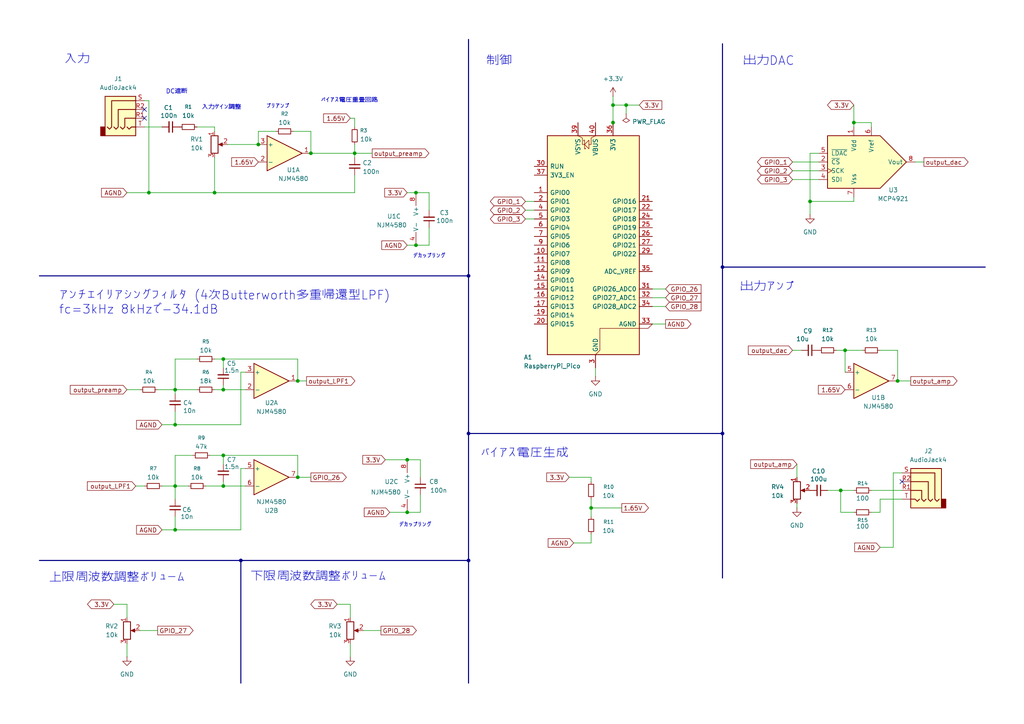
<source format=kicad_sch>
(kicad_sch
	(version 20250114)
	(generator "eeschema")
	(generator_version "9.0")
	(uuid "8ae91b4e-afb9-41b0-a8ee-d882bde2e063")
	(paper "A4")
	(lib_symbols
		(symbol "0_custom:RaspberryPi_Pico"
			(pin_names
				(offset 0.762)
			)
			(exclude_from_sim no)
			(in_bom yes)
			(on_board yes)
			(property "Reference" "A"
				(at -19.05 35.56 0)
				(effects
					(font
						(size 1.27 1.27)
					)
					(justify left)
				)
			)
			(property "Value" "RaspberryPi_Pico"
				(at 7.62 35.56 0)
				(effects
					(font
						(size 1.27 1.27)
					)
					(justify left)
				)
			)
			(property "Footprint" "Module:RaspberryPi_Pico_Common_Unspecified"
				(at 0 -46.99 0)
				(effects
					(font
						(size 1.27 1.27)
					)
					(hide yes)
				)
			)
			(property "Datasheet" "https://datasheets.raspberrypi.com/pico/pico-datasheet.pdf"
				(at 0 -49.53 0)
				(effects
					(font
						(size 1.27 1.27)
					)
					(hide yes)
				)
			)
			(property "Description" "Versatile and inexpensive microcontroller module powered by RP2040 dual-core Arm Cortex-M0+ processor up to 133 MHz, 264kB SRAM, 2MB QSPI flash; also supports Raspberry Pi Pico 2"
				(at 0 -52.07 0)
				(effects
					(font
						(size 1.27 1.27)
					)
					(hide yes)
				)
			)
			(property "ki_keywords" "RP2350A M33 RISC-V Hazard3 usb"
				(at 0 0 0)
				(effects
					(font
						(size 1.27 1.27)
					)
					(hide yes)
				)
			)
			(property "ki_fp_filters" "RaspberryPi?Pico?Common* RaspberryPi?Pico?SMD*"
				(at 0 0 0)
				(effects
					(font
						(size 1.27 1.27)
					)
					(hide yes)
				)
			)
			(symbol "RaspberryPi_Pico_0_1"
				(rectangle
					(start -13.97 34.29)
					(end 12.7 -29.21)
					(stroke
						(width 0.254)
						(type default)
					)
					(fill
						(type background)
					)
				)
				(polyline
					(pts
						(xy -5.08 34.29) (xy -3.81 33.655) (xy -3.81 31.75) (xy -3.175 31.75)
					)
					(stroke
						(width 0)
						(type default)
					)
					(fill
						(type none)
					)
				)
				(polyline
					(pts
						(xy -3.429 32.766) (xy -3.429 33.02) (xy -3.175 33.02) (xy -3.175 30.48) (xy -2.921 30.48) (xy -2.921 30.734)
					)
					(stroke
						(width 0)
						(type default)
					)
					(fill
						(type none)
					)
				)
				(polyline
					(pts
						(xy -3.175 31.75) (xy -1.905 33.02) (xy -1.905 30.48) (xy -3.175 31.75)
					)
					(stroke
						(width 0)
						(type default)
					)
					(fill
						(type none)
					)
				)
				(polyline
					(pts
						(xy 0 34.29) (xy -1.27 33.655) (xy -1.27 31.75) (xy -1.905 31.75)
					)
					(stroke
						(width 0)
						(type default)
					)
					(fill
						(type none)
					)
				)
				(polyline
					(pts
						(xy 0 -29.21) (xy 1.27 -27.94) (xy 1.27 -21.59) (xy 15.24 -21.59) (xy 16.51 -20.32)
					)
					(stroke
						(width 0)
						(type default)
					)
					(fill
						(type none)
					)
				)
			)
			(symbol "RaspberryPi_Pico_1_1"
				(pin passive line
					(at -17.78 25.4 0)
					(length 3.81)
					(name "RUN"
						(effects
							(font
								(size 1.27 1.27)
							)
						)
					)
					(number "30"
						(effects
							(font
								(size 1.27 1.27)
							)
						)
					)
					(alternate "~{RESET}" passive line)
				)
				(pin passive line
					(at -17.78 22.86 0)
					(length 3.81)
					(name "3V3_EN"
						(effects
							(font
								(size 1.27 1.27)
							)
						)
					)
					(number "37"
						(effects
							(font
								(size 1.27 1.27)
							)
						)
					)
					(alternate "~{3V3_DISABLE}" passive line)
				)
				(pin bidirectional line
					(at -17.78 17.78 0)
					(length 3.81)
					(name "GPIO0"
						(effects
							(font
								(size 1.27 1.27)
							)
						)
					)
					(number "1"
						(effects
							(font
								(size 1.27 1.27)
							)
						)
					)
					(alternate "I2C0_SDA" bidirectional line)
					(alternate "PWM0_A" output line)
					(alternate "SPI0_RX" input line)
					(alternate "UART0_TX" output line)
					(alternate "USB_OVCUR_DET" input line)
				)
				(pin bidirectional line
					(at -17.78 15.24 0)
					(length 3.81)
					(name "GPIO1"
						(effects
							(font
								(size 1.27 1.27)
							)
						)
					)
					(number "2"
						(effects
							(font
								(size 1.27 1.27)
							)
						)
					)
					(alternate "I2C0_SCL" bidirectional clock)
					(alternate "PWM0_B" bidirectional line)
					(alternate "UART0_RX" input line)
					(alternate "USB_VBUS_DET" passive line)
					(alternate "~{SPI0_CSn}" bidirectional line)
				)
				(pin bidirectional line
					(at -17.78 12.7 0)
					(length 3.81)
					(name "GPIO2"
						(effects
							(font
								(size 1.27 1.27)
							)
						)
					)
					(number "4"
						(effects
							(font
								(size 1.27 1.27)
							)
						)
					)
					(alternate "I2C1_SDA" bidirectional line)
					(alternate "PWM1_A" output line)
					(alternate "SPI0_SCK" bidirectional clock)
					(alternate "UART0_CTS" input line)
					(alternate "USB_VBUS_EN" output line)
				)
				(pin bidirectional line
					(at -17.78 10.16 0)
					(length 3.81)
					(name "GPIO3"
						(effects
							(font
								(size 1.27 1.27)
							)
						)
					)
					(number "5"
						(effects
							(font
								(size 1.27 1.27)
							)
						)
					)
					(alternate "I2C1_SCL" bidirectional clock)
					(alternate "PWM1_B" bidirectional line)
					(alternate "SPI0_TX" output line)
					(alternate "UART0_RTS" output line)
					(alternate "USB_OVCUR_DET" input line)
				)
				(pin bidirectional line
					(at -17.78 7.62 0)
					(length 3.81)
					(name "GPIO4"
						(effects
							(font
								(size 1.27 1.27)
							)
						)
					)
					(number "6"
						(effects
							(font
								(size 1.27 1.27)
							)
						)
					)
					(alternate "I2C0_SDA" bidirectional line)
					(alternate "PWM2_A" output line)
					(alternate "SPI0_RX" input line)
					(alternate "UART1_TX" output line)
					(alternate "USB_VBUS_DET" input line)
				)
				(pin bidirectional line
					(at -17.78 5.08 0)
					(length 3.81)
					(name "GPIO5"
						(effects
							(font
								(size 1.27 1.27)
							)
						)
					)
					(number "7"
						(effects
							(font
								(size 1.27 1.27)
							)
						)
					)
					(alternate "I2C0_SCL" bidirectional clock)
					(alternate "PWM2_B" bidirectional line)
					(alternate "UART1_RX" input line)
					(alternate "USB_VBUS_EN" output line)
					(alternate "~{SPI0_CSn}" bidirectional line)
				)
				(pin bidirectional line
					(at -17.78 2.54 0)
					(length 3.81)
					(name "GPIO6"
						(effects
							(font
								(size 1.27 1.27)
							)
						)
					)
					(number "9"
						(effects
							(font
								(size 1.27 1.27)
							)
						)
					)
					(alternate "I2C1_SDA" bidirectional line)
					(alternate "PWM3_A" output line)
					(alternate "SPI0_SCK" bidirectional clock)
					(alternate "UART1_CTS" input line)
					(alternate "USB_OVCUR_DET" input line)
				)
				(pin bidirectional line
					(at -17.78 0 0)
					(length 3.81)
					(name "GPIO7"
						(effects
							(font
								(size 1.27 1.27)
							)
						)
					)
					(number "10"
						(effects
							(font
								(size 1.27 1.27)
							)
						)
					)
					(alternate "I2C1_SCL" bidirectional clock)
					(alternate "PWM3_B" bidirectional line)
					(alternate "SPI0_TX" output line)
					(alternate "UART1_RTS" output line)
					(alternate "USB_VBUS_DET" input line)
				)
				(pin bidirectional line
					(at -17.78 -2.54 0)
					(length 3.81)
					(name "GPIO8"
						(effects
							(font
								(size 1.27 1.27)
							)
						)
					)
					(number "11"
						(effects
							(font
								(size 1.27 1.27)
							)
						)
					)
					(alternate "I2C0_SDA" bidirectional line)
					(alternate "PWM4_A" output line)
					(alternate "SPI1_RX" input line)
					(alternate "UART1_TX" output line)
					(alternate "USB_VBUS_EN" output line)
				)
				(pin bidirectional line
					(at -17.78 -5.08 0)
					(length 3.81)
					(name "GPIO9"
						(effects
							(font
								(size 1.27 1.27)
							)
						)
					)
					(number "12"
						(effects
							(font
								(size 1.27 1.27)
							)
						)
					)
					(alternate "I2C0_SCL" bidirectional clock)
					(alternate "PWM4_B" bidirectional line)
					(alternate "UART1_RX" input line)
					(alternate "USB_OVCUR_DET" input line)
					(alternate "~{SPI1_CSn}" bidirectional line)
				)
				(pin bidirectional line
					(at -17.78 -7.62 0)
					(length 3.81)
					(name "GPIO10"
						(effects
							(font
								(size 1.27 1.27)
							)
						)
					)
					(number "14"
						(effects
							(font
								(size 1.27 1.27)
							)
						)
					)
					(alternate "I2C1_SDA" bidirectional line)
					(alternate "PWM5_A" output line)
					(alternate "SPI1_SCK" bidirectional clock)
					(alternate "UART1_CTS" input line)
					(alternate "USB_VBUS_DET" input line)
				)
				(pin bidirectional line
					(at -17.78 -10.16 0)
					(length 3.81)
					(name "GPIO11"
						(effects
							(font
								(size 1.27 1.27)
							)
						)
					)
					(number "15"
						(effects
							(font
								(size 1.27 1.27)
							)
						)
					)
					(alternate "I2C1_SCL" bidirectional clock)
					(alternate "PWM5_B" bidirectional line)
					(alternate "SPI1_TX" output line)
					(alternate "UART1_RTS" output line)
					(alternate "USB_VBUS_EN" output line)
				)
				(pin bidirectional line
					(at -17.78 -12.7 0)
					(length 3.81)
					(name "GPIO12"
						(effects
							(font
								(size 1.27 1.27)
							)
						)
					)
					(number "16"
						(effects
							(font
								(size 1.27 1.27)
							)
						)
					)
					(alternate "I2C0_SDA" bidirectional line)
					(alternate "PWM6_A" output line)
					(alternate "SPI1_RX" input line)
					(alternate "UART0_TX" output line)
					(alternate "USB_OVCUR_DET" input line)
				)
				(pin bidirectional line
					(at -17.78 -15.24 0)
					(length 3.81)
					(name "GPIO13"
						(effects
							(font
								(size 1.27 1.27)
							)
						)
					)
					(number "17"
						(effects
							(font
								(size 1.27 1.27)
							)
						)
					)
					(alternate "I2C0_SCL" bidirectional clock)
					(alternate "PWM6_B" bidirectional line)
					(alternate "UART0_RX" input line)
					(alternate "USB_VBUS_DET" input line)
					(alternate "~{SPI1_CSn}" bidirectional line)
				)
				(pin bidirectional line
					(at -17.78 -17.78 0)
					(length 3.81)
					(name "GPIO14"
						(effects
							(font
								(size 1.27 1.27)
							)
						)
					)
					(number "19"
						(effects
							(font
								(size 1.27 1.27)
							)
						)
					)
					(alternate "I2C1_SDA" bidirectional line)
					(alternate "PWM7_A" output line)
					(alternate "SPI1_SCK" bidirectional clock)
					(alternate "UART0_CTS" input line)
					(alternate "USB_VBUS_EN" output line)
				)
				(pin bidirectional line
					(at -17.78 -20.32 0)
					(length 3.81)
					(name "GPIO15"
						(effects
							(font
								(size 1.27 1.27)
							)
						)
					)
					(number "20"
						(effects
							(font
								(size 1.27 1.27)
							)
						)
					)
					(alternate "I2C1_SCL" bidirectional clock)
					(alternate "PWM7_B" bidirectional line)
					(alternate "SPI1_TX" output line)
					(alternate "UART0_RTS" output line)
					(alternate "USB_OVCUR_DET" input line)
				)
				(pin power_in line
					(at -5.08 38.1 270)
					(length 3.81)
					(name "VSYS"
						(effects
							(font
								(size 1.27 1.27)
							)
						)
					)
					(number "39"
						(effects
							(font
								(size 1.27 1.27)
							)
						)
					)
					(alternate "VSYS_OUT" power_out line)
				)
				(pin power_out line
					(at 0 38.1 270)
					(length 3.81)
					(name "VBUS"
						(effects
							(font
								(size 1.27 1.27)
							)
						)
					)
					(number "40"
						(effects
							(font
								(size 1.27 1.27)
							)
						)
					)
					(alternate "VBUS_IN" power_in line)
				)
				(pin passive line
					(at 0 -33.02 90)
					(length 3.81)
					(hide yes)
					(name "GND"
						(effects
							(font
								(size 1.27 1.27)
							)
						)
					)
					(number "13"
						(effects
							(font
								(size 1.27 1.27)
							)
						)
					)
				)
				(pin passive line
					(at 0 -33.02 90)
					(length 3.81)
					(hide yes)
					(name "GND"
						(effects
							(font
								(size 1.27 1.27)
							)
						)
					)
					(number "18"
						(effects
							(font
								(size 1.27 1.27)
							)
						)
					)
				)
				(pin passive line
					(at 0 -33.02 90)
					(length 3.81)
					(hide yes)
					(name "GND"
						(effects
							(font
								(size 1.27 1.27)
							)
						)
					)
					(number "23"
						(effects
							(font
								(size 1.27 1.27)
							)
						)
					)
				)
				(pin passive line
					(at 0 -33.02 90)
					(length 3.81)
					(hide yes)
					(name "GND"
						(effects
							(font
								(size 1.27 1.27)
							)
						)
					)
					(number "28"
						(effects
							(font
								(size 1.27 1.27)
							)
						)
					)
				)
				(pin power_out line
					(at 0 -33.02 90)
					(length 3.81)
					(name "GND"
						(effects
							(font
								(size 1.27 1.27)
							)
						)
					)
					(number "3"
						(effects
							(font
								(size 1.27 1.27)
							)
						)
					)
					(alternate "GND_IN" power_in line)
				)
				(pin passive line
					(at 0 -33.02 90)
					(length 3.81)
					(hide yes)
					(name "GND"
						(effects
							(font
								(size 1.27 1.27)
							)
						)
					)
					(number "38"
						(effects
							(font
								(size 1.27 1.27)
							)
						)
					)
				)
				(pin passive line
					(at 0 -33.02 90)
					(length 3.81)
					(hide yes)
					(name "GND"
						(effects
							(font
								(size 1.27 1.27)
							)
						)
					)
					(number "8"
						(effects
							(font
								(size 1.27 1.27)
							)
						)
					)
				)
				(pin power_out line
					(at 5.08 38.1 270)
					(length 3.81)
					(name "3V3"
						(effects
							(font
								(size 1.27 1.27)
							)
						)
					)
					(number "36"
						(effects
							(font
								(size 1.27 1.27)
							)
						)
					)
				)
				(pin bidirectional line
					(at 16.51 15.24 180)
					(length 3.81)
					(name "GPIO16"
						(effects
							(font
								(size 1.27 1.27)
							)
						)
					)
					(number "21"
						(effects
							(font
								(size 1.27 1.27)
							)
						)
					)
					(alternate "I2C0_SDA" bidirectional line)
					(alternate "PWM0_A" output line)
					(alternate "SPI0_RX" input line)
					(alternate "UART0_TX" output line)
					(alternate "USB_VBUS_DET" input line)
				)
				(pin bidirectional line
					(at 16.51 12.7 180)
					(length 3.81)
					(name "GPIO17"
						(effects
							(font
								(size 1.27 1.27)
							)
						)
					)
					(number "22"
						(effects
							(font
								(size 1.27 1.27)
							)
						)
					)
					(alternate "I2C0_SCL" bidirectional clock)
					(alternate "PWM0_B" bidirectional line)
					(alternate "UART0_RX" input line)
					(alternate "USB_VBUS_EN" output line)
					(alternate "~{SPI0_CSn}" bidirectional line)
				)
				(pin bidirectional line
					(at 16.51 10.16 180)
					(length 3.81)
					(name "GPIO18"
						(effects
							(font
								(size 1.27 1.27)
							)
						)
					)
					(number "24"
						(effects
							(font
								(size 1.27 1.27)
							)
						)
					)
					(alternate "I2C1_SDA" bidirectional line)
					(alternate "PWM1_A" output line)
					(alternate "SPI0_SCK" bidirectional clock)
					(alternate "UART0_CTS" input line)
					(alternate "USB_OVCUR_DET" input line)
				)
				(pin bidirectional line
					(at 16.51 7.62 180)
					(length 3.81)
					(name "GPIO19"
						(effects
							(font
								(size 1.27 1.27)
							)
						)
					)
					(number "25"
						(effects
							(font
								(size 1.27 1.27)
							)
						)
					)
					(alternate "I2C1_SCL" bidirectional clock)
					(alternate "PWM1_B" bidirectional line)
					(alternate "SPI0_TX" output line)
					(alternate "UART0_RTS" output line)
					(alternate "USB_VBUS_DET" input line)
				)
				(pin bidirectional line
					(at 16.51 5.08 180)
					(length 3.81)
					(name "GPIO20"
						(effects
							(font
								(size 1.27 1.27)
							)
						)
					)
					(number "26"
						(effects
							(font
								(size 1.27 1.27)
							)
						)
					)
					(alternate "CLOCK_GPIN0" input clock)
					(alternate "I2C0_SDA" bidirectional line)
					(alternate "PWM2_A" output line)
					(alternate "SPI0_RX" input line)
					(alternate "UART1_TX" output line)
					(alternate "USB_VBUS_EN" output line)
				)
				(pin bidirectional line
					(at 16.51 2.54 180)
					(length 3.81)
					(name "GPIO21"
						(effects
							(font
								(size 1.27 1.27)
							)
						)
					)
					(number "27"
						(effects
							(font
								(size 1.27 1.27)
							)
						)
					)
					(alternate "CLOCK_GPOUT0" output clock)
					(alternate "I2C0_SCL" bidirectional clock)
					(alternate "PWM2_B" bidirectional line)
					(alternate "UART1_RX" input line)
					(alternate "USB_OVCUR_DET" input line)
					(alternate "~{SPI0_CSn}" bidirectional line)
				)
				(pin bidirectional line
					(at 16.51 0 180)
					(length 3.81)
					(name "GPIO22"
						(effects
							(font
								(size 1.27 1.27)
							)
						)
					)
					(number "29"
						(effects
							(font
								(size 1.27 1.27)
							)
						)
					)
					(alternate "CLOCK_GPIN1" input clock)
					(alternate "I2C1_SDA" bidirectional line)
					(alternate "PWM3_A" output line)
					(alternate "SPI0_SCK" bidirectional clock)
					(alternate "UART1_CTS" input line)
					(alternate "USB_VBUS_DET" input line)
				)
				(pin power_in line
					(at 16.51 -5.08 180)
					(length 3.81)
					(name "ADC_VREF"
						(effects
							(font
								(size 1.27 1.27)
							)
						)
					)
					(number "35"
						(effects
							(font
								(size 1.27 1.27)
							)
						)
					)
				)
				(pin bidirectional line
					(at 16.51 -10.16 180)
					(length 3.81)
					(name "GPIO26_ADC0"
						(effects
							(font
								(size 1.27 1.27)
							)
						)
					)
					(number "31"
						(effects
							(font
								(size 1.27 1.27)
							)
						)
					)
					(alternate "ADC0" input line)
					(alternate "GPIO26" bidirectional line)
					(alternate "I2C1_SDA" bidirectional line)
					(alternate "PWM5_A" output line)
					(alternate "SPI1_SCK" bidirectional clock)
					(alternate "UART1_CTS" input line)
					(alternate "USB_VBUS_EN" output line)
				)
				(pin bidirectional line
					(at 16.51 -12.7 180)
					(length 3.81)
					(name "GPIO27_ADC1"
						(effects
							(font
								(size 1.27 1.27)
							)
						)
					)
					(number "32"
						(effects
							(font
								(size 1.27 1.27)
							)
						)
					)
					(alternate "ADC1" input line)
					(alternate "GPIO27" bidirectional line)
					(alternate "I2C1_SCL" bidirectional clock)
					(alternate "PWM5_B" bidirectional line)
					(alternate "SPI1_TX" output line)
					(alternate "UART1_RTS" output line)
					(alternate "USB_OVCUR_DET" input line)
				)
				(pin bidirectional line
					(at 16.51 -15.24 180)
					(length 3.81)
					(name "GPIO28_ADC2"
						(effects
							(font
								(size 1.27 1.27)
							)
						)
					)
					(number "34"
						(effects
							(font
								(size 1.27 1.27)
							)
						)
					)
					(alternate "ADC2" input line)
					(alternate "GPIO28" bidirectional line)
					(alternate "I2C0_SDA" bidirectional line)
					(alternate "PWM6_A" output line)
					(alternate "SPI1_RX" input line)
					(alternate "UART0_TX" output line)
					(alternate "USB_VBUS_DET" input line)
				)
				(pin power_out line
					(at 16.51 -20.32 180)
					(length 3.81)
					(name "AGND"
						(effects
							(font
								(size 1.27 1.27)
							)
						)
					)
					(number "33"
						(effects
							(font
								(size 1.27 1.27)
							)
						)
					)
					(alternate "GND" passive line)
				)
			)
			(embedded_fonts no)
		)
		(symbol "Amplifier_Operational:NJM4580"
			(pin_names
				(offset 0.127)
			)
			(exclude_from_sim no)
			(in_bom yes)
			(on_board yes)
			(property "Reference" "U"
				(at 0 5.08 0)
				(effects
					(font
						(size 1.27 1.27)
					)
					(justify left)
				)
			)
			(property "Value" "NJM4580"
				(at 0 -5.08 0)
				(effects
					(font
						(size 1.27 1.27)
					)
					(justify left)
				)
			)
			(property "Footprint" ""
				(at 0 0 0)
				(effects
					(font
						(size 1.27 1.27)
					)
					(hide yes)
				)
			)
			(property "Datasheet" "http://www.njr.com/semicon/PDF/NJM4580_E.pdf"
				(at 0 0 0)
				(effects
					(font
						(size 1.27 1.27)
					)
					(hide yes)
				)
			)
			(property "Description" "Dual Operational Amplifier, DIP-8/DMP-8/SIP-8/MSOP-8/SOP-8/SSOP-8"
				(at 0 0 0)
				(effects
					(font
						(size 1.27 1.27)
					)
					(hide yes)
				)
			)
			(property "ki_locked" ""
				(at 0 0 0)
				(effects
					(font
						(size 1.27 1.27)
					)
				)
			)
			(property "ki_keywords" "dual opamp"
				(at 0 0 0)
				(effects
					(font
						(size 1.27 1.27)
					)
					(hide yes)
				)
			)
			(property "ki_fp_filters" "SOIC*3.9x4.9mm*P1.27mm* DIP*W7.62mm* TO*99* OnSemi*Micro8* TSSOP*3x3mm*P0.65mm* TSSOP*4.4x3mm*P0.65mm* MSOP*3x3mm*P0.65mm* SSOP*3.9x4.9mm*P0.635mm* LFCSP*2x2mm*P0.5mm* *SIP* SOIC*5.3x6.2mm*P1.27mm*"
				(at 0 0 0)
				(effects
					(font
						(size 1.27 1.27)
					)
					(hide yes)
				)
			)
			(symbol "NJM4580_1_1"
				(polyline
					(pts
						(xy -5.08 5.08) (xy 5.08 0) (xy -5.08 -5.08) (xy -5.08 5.08)
					)
					(stroke
						(width 0.254)
						(type default)
					)
					(fill
						(type background)
					)
				)
				(pin input line
					(at -7.62 2.54 0)
					(length 2.54)
					(name "+"
						(effects
							(font
								(size 1.27 1.27)
							)
						)
					)
					(number "3"
						(effects
							(font
								(size 1.27 1.27)
							)
						)
					)
				)
				(pin input line
					(at -7.62 -2.54 0)
					(length 2.54)
					(name "-"
						(effects
							(font
								(size 1.27 1.27)
							)
						)
					)
					(number "2"
						(effects
							(font
								(size 1.27 1.27)
							)
						)
					)
				)
				(pin output line
					(at 7.62 0 180)
					(length 2.54)
					(name "~"
						(effects
							(font
								(size 1.27 1.27)
							)
						)
					)
					(number "1"
						(effects
							(font
								(size 1.27 1.27)
							)
						)
					)
				)
			)
			(symbol "NJM4580_2_1"
				(polyline
					(pts
						(xy -5.08 5.08) (xy 5.08 0) (xy -5.08 -5.08) (xy -5.08 5.08)
					)
					(stroke
						(width 0.254)
						(type default)
					)
					(fill
						(type background)
					)
				)
				(pin input line
					(at -7.62 2.54 0)
					(length 2.54)
					(name "+"
						(effects
							(font
								(size 1.27 1.27)
							)
						)
					)
					(number "5"
						(effects
							(font
								(size 1.27 1.27)
							)
						)
					)
				)
				(pin input line
					(at -7.62 -2.54 0)
					(length 2.54)
					(name "-"
						(effects
							(font
								(size 1.27 1.27)
							)
						)
					)
					(number "6"
						(effects
							(font
								(size 1.27 1.27)
							)
						)
					)
				)
				(pin output line
					(at 7.62 0 180)
					(length 2.54)
					(name "~"
						(effects
							(font
								(size 1.27 1.27)
							)
						)
					)
					(number "7"
						(effects
							(font
								(size 1.27 1.27)
							)
						)
					)
				)
			)
			(symbol "NJM4580_3_1"
				(pin power_in line
					(at -2.54 7.62 270)
					(length 3.81)
					(name "V+"
						(effects
							(font
								(size 1.27 1.27)
							)
						)
					)
					(number "8"
						(effects
							(font
								(size 1.27 1.27)
							)
						)
					)
				)
				(pin power_in line
					(at -2.54 -7.62 90)
					(length 3.81)
					(name "V-"
						(effects
							(font
								(size 1.27 1.27)
							)
						)
					)
					(number "4"
						(effects
							(font
								(size 1.27 1.27)
							)
						)
					)
				)
			)
			(embedded_fonts no)
		)
		(symbol "Analog_DAC:MCP4921"
			(pin_names
				(offset 1.016)
			)
			(exclude_from_sim no)
			(in_bom yes)
			(on_board yes)
			(property "Reference" "U"
				(at 6.35 10.795 0)
				(effects
					(font
						(size 1.27 1.27)
					)
					(justify left)
				)
			)
			(property "Value" "MCP4921"
				(at 6.35 8.89 0)
				(effects
					(font
						(size 1.27 1.27)
					)
					(justify left)
				)
			)
			(property "Footprint" ""
				(at 25.4 -2.54 0)
				(effects
					(font
						(size 1.27 1.27)
					)
					(hide yes)
				)
			)
			(property "Datasheet" "http://ww1.microchip.com/downloads/en/DeviceDoc/22248a.pdf"
				(at 25.4 -2.54 0)
				(effects
					(font
						(size 1.27 1.27)
					)
					(hide yes)
				)
			)
			(property "Description" "12-Bit D/A Converters with SPI Interface"
				(at 0 0 0)
				(effects
					(font
						(size 1.27 1.27)
					)
					(hide yes)
				)
			)
			(property "ki_keywords" "12-Bit DAC SPI 1ch"
				(at 0 0 0)
				(effects
					(font
						(size 1.27 1.27)
					)
					(hide yes)
				)
			)
			(property "ki_fp_filters" "DIP*W7.62mm* MSOP*3x3mm*P0.65mm* SOIC*3.9x4.9mm*P1.27mm*"
				(at 0 0 0)
				(effects
					(font
						(size 1.27 1.27)
					)
					(hide yes)
				)
			)
			(symbol "MCP4921_0_0"
				(polyline
					(pts
						(xy 15.24 0) (xy 7.62 7.62) (xy -7.62 7.62) (xy -7.62 -7.62) (xy 7.62 -7.62) (xy 15.24 0)
					)
					(stroke
						(width 0.254)
						(type default)
					)
					(fill
						(type background)
					)
				)
			)
			(symbol "MCP4921_1_1"
				(pin input line
					(at -10.16 2.54 0)
					(length 2.54)
					(name "~{LDAC}"
						(effects
							(font
								(size 1.27 1.27)
							)
						)
					)
					(number "5"
						(effects
							(font
								(size 1.27 1.27)
							)
						)
					)
				)
				(pin input line
					(at -10.16 0 0)
					(length 2.54)
					(name "~{CS}"
						(effects
							(font
								(size 1.27 1.27)
							)
						)
					)
					(number "2"
						(effects
							(font
								(size 1.27 1.27)
							)
						)
					)
				)
				(pin input clock
					(at -10.16 -2.54 0)
					(length 2.54)
					(name "SCK"
						(effects
							(font
								(size 1.27 1.27)
							)
						)
					)
					(number "3"
						(effects
							(font
								(size 1.27 1.27)
							)
						)
					)
				)
				(pin input line
					(at -10.16 -5.08 0)
					(length 2.54)
					(name "SDI"
						(effects
							(font
								(size 1.27 1.27)
							)
						)
					)
					(number "4"
						(effects
							(font
								(size 1.27 1.27)
							)
						)
					)
				)
				(pin power_in line
					(at 0 10.16 270)
					(length 2.54)
					(name "Vdd"
						(effects
							(font
								(size 1.27 1.27)
							)
						)
					)
					(number "1"
						(effects
							(font
								(size 1.27 1.27)
							)
						)
					)
				)
				(pin power_in line
					(at 0 -10.16 90)
					(length 2.54)
					(name "Vss"
						(effects
							(font
								(size 1.27 1.27)
							)
						)
					)
					(number "7"
						(effects
							(font
								(size 1.27 1.27)
							)
						)
					)
				)
				(pin power_in line
					(at 5.08 10.16 270)
					(length 2.54)
					(name "Vref"
						(effects
							(font
								(size 1.27 1.27)
							)
						)
					)
					(number "6"
						(effects
							(font
								(size 1.27 1.27)
							)
						)
					)
				)
				(pin output line
					(at 17.78 0 180)
					(length 2.54)
					(name "Vout"
						(effects
							(font
								(size 1.27 1.27)
							)
						)
					)
					(number "8"
						(effects
							(font
								(size 1.27 1.27)
							)
						)
					)
				)
			)
			(embedded_fonts no)
		)
		(symbol "Connector_Audio:AudioJack4"
			(exclude_from_sim no)
			(in_bom yes)
			(on_board yes)
			(property "Reference" "J"
				(at 0 8.89 0)
				(effects
					(font
						(size 1.27 1.27)
					)
				)
			)
			(property "Value" "AudioJack4"
				(at 0 6.35 0)
				(effects
					(font
						(size 1.27 1.27)
					)
				)
			)
			(property "Footprint" ""
				(at 0 0 0)
				(effects
					(font
						(size 1.27 1.27)
					)
					(hide yes)
				)
			)
			(property "Datasheet" "~"
				(at 0 0 0)
				(effects
					(font
						(size 1.27 1.27)
					)
					(hide yes)
				)
			)
			(property "Description" "Audio Jack, 4 Poles (TRRS)"
				(at 0 0 0)
				(effects
					(font
						(size 1.27 1.27)
					)
					(hide yes)
				)
			)
			(property "ki_keywords" "audio jack receptacle stereo headphones TRRS connector"
				(at 0 0 0)
				(effects
					(font
						(size 1.27 1.27)
					)
					(hide yes)
				)
			)
			(property "ki_fp_filters" "Jack*"
				(at 0 0 0)
				(effects
					(font
						(size 1.27 1.27)
					)
					(hide yes)
				)
			)
			(symbol "AudioJack4_0_1"
				(rectangle
					(start -6.35 -5.08)
					(end -7.62 -7.62)
					(stroke
						(width 0.254)
						(type default)
					)
					(fill
						(type outline)
					)
				)
				(polyline
					(pts
						(xy -5.715 -5.08) (xy -5.08 -5.715) (xy -4.445 -5.08) (xy -4.445 2.54) (xy 2.54 2.54)
					)
					(stroke
						(width 0.254)
						(type default)
					)
					(fill
						(type none)
					)
				)
				(polyline
					(pts
						(xy -1.905 -5.08) (xy -1.27 -5.715) (xy -0.635 -5.08) (xy -0.635 -2.54) (xy 2.54 -2.54)
					)
					(stroke
						(width 0.254)
						(type default)
					)
					(fill
						(type none)
					)
				)
				(polyline
					(pts
						(xy 0 -5.08) (xy 0.635 -5.715) (xy 1.27 -5.08) (xy 2.54 -5.08)
					)
					(stroke
						(width 0.254)
						(type default)
					)
					(fill
						(type none)
					)
				)
				(rectangle
					(start 2.54 3.81)
					(end -6.35 -7.62)
					(stroke
						(width 0.254)
						(type default)
					)
					(fill
						(type background)
					)
				)
				(polyline
					(pts
						(xy 2.54 0) (xy -2.54 0) (xy -2.54 -5.08) (xy -3.175 -5.715) (xy -3.81 -5.08)
					)
					(stroke
						(width 0.254)
						(type default)
					)
					(fill
						(type none)
					)
				)
			)
			(symbol "AudioJack4_1_1"
				(pin passive line
					(at 5.08 2.54 180)
					(length 2.54)
					(name "~"
						(effects
							(font
								(size 1.27 1.27)
							)
						)
					)
					(number "S"
						(effects
							(font
								(size 1.27 1.27)
							)
						)
					)
				)
				(pin passive line
					(at 5.08 0 180)
					(length 2.54)
					(name "~"
						(effects
							(font
								(size 1.27 1.27)
							)
						)
					)
					(number "R2"
						(effects
							(font
								(size 1.27 1.27)
							)
						)
					)
				)
				(pin passive line
					(at 5.08 -2.54 180)
					(length 2.54)
					(name "~"
						(effects
							(font
								(size 1.27 1.27)
							)
						)
					)
					(number "R1"
						(effects
							(font
								(size 1.27 1.27)
							)
						)
					)
				)
				(pin passive line
					(at 5.08 -5.08 180)
					(length 2.54)
					(name "~"
						(effects
							(font
								(size 1.27 1.27)
							)
						)
					)
					(number "T"
						(effects
							(font
								(size 1.27 1.27)
							)
						)
					)
				)
			)
			(embedded_fonts no)
		)
		(symbol "Device:C_Small"
			(pin_numbers
				(hide yes)
			)
			(pin_names
				(offset 0.254)
				(hide yes)
			)
			(exclude_from_sim no)
			(in_bom yes)
			(on_board yes)
			(property "Reference" "C"
				(at 0.254 1.778 0)
				(effects
					(font
						(size 1.27 1.27)
					)
					(justify left)
				)
			)
			(property "Value" "C_Small"
				(at 0.254 -2.032 0)
				(effects
					(font
						(size 1.27 1.27)
					)
					(justify left)
				)
			)
			(property "Footprint" ""
				(at 0 0 0)
				(effects
					(font
						(size 1.27 1.27)
					)
					(hide yes)
				)
			)
			(property "Datasheet" "~"
				(at 0 0 0)
				(effects
					(font
						(size 1.27 1.27)
					)
					(hide yes)
				)
			)
			(property "Description" "Unpolarized capacitor, small symbol"
				(at 0 0 0)
				(effects
					(font
						(size 1.27 1.27)
					)
					(hide yes)
				)
			)
			(property "ki_keywords" "capacitor cap"
				(at 0 0 0)
				(effects
					(font
						(size 1.27 1.27)
					)
					(hide yes)
				)
			)
			(property "ki_fp_filters" "C_*"
				(at 0 0 0)
				(effects
					(font
						(size 1.27 1.27)
					)
					(hide yes)
				)
			)
			(symbol "C_Small_0_1"
				(polyline
					(pts
						(xy -1.524 0.508) (xy 1.524 0.508)
					)
					(stroke
						(width 0.3048)
						(type default)
					)
					(fill
						(type none)
					)
				)
				(polyline
					(pts
						(xy -1.524 -0.508) (xy 1.524 -0.508)
					)
					(stroke
						(width 0.3302)
						(type default)
					)
					(fill
						(type none)
					)
				)
			)
			(symbol "C_Small_1_1"
				(pin passive line
					(at 0 2.54 270)
					(length 2.032)
					(name "~"
						(effects
							(font
								(size 1.27 1.27)
							)
						)
					)
					(number "1"
						(effects
							(font
								(size 1.27 1.27)
							)
						)
					)
				)
				(pin passive line
					(at 0 -2.54 90)
					(length 2.032)
					(name "~"
						(effects
							(font
								(size 1.27 1.27)
							)
						)
					)
					(number "2"
						(effects
							(font
								(size 1.27 1.27)
							)
						)
					)
				)
			)
			(embedded_fonts no)
		)
		(symbol "Device:R_Potentiometer"
			(pin_names
				(offset 1.016)
				(hide yes)
			)
			(exclude_from_sim no)
			(in_bom yes)
			(on_board yes)
			(property "Reference" "RV"
				(at -4.445 0 90)
				(effects
					(font
						(size 1.27 1.27)
					)
				)
			)
			(property "Value" "R_Potentiometer"
				(at -2.54 0 90)
				(effects
					(font
						(size 1.27 1.27)
					)
				)
			)
			(property "Footprint" ""
				(at 0 0 0)
				(effects
					(font
						(size 1.27 1.27)
					)
					(hide yes)
				)
			)
			(property "Datasheet" "~"
				(at 0 0 0)
				(effects
					(font
						(size 1.27 1.27)
					)
					(hide yes)
				)
			)
			(property "Description" "Potentiometer"
				(at 0 0 0)
				(effects
					(font
						(size 1.27 1.27)
					)
					(hide yes)
				)
			)
			(property "ki_keywords" "resistor variable"
				(at 0 0 0)
				(effects
					(font
						(size 1.27 1.27)
					)
					(hide yes)
				)
			)
			(property "ki_fp_filters" "Potentiometer*"
				(at 0 0 0)
				(effects
					(font
						(size 1.27 1.27)
					)
					(hide yes)
				)
			)
			(symbol "R_Potentiometer_0_1"
				(rectangle
					(start 1.016 2.54)
					(end -1.016 -2.54)
					(stroke
						(width 0.254)
						(type default)
					)
					(fill
						(type none)
					)
				)
				(polyline
					(pts
						(xy 1.143 0) (xy 2.286 0.508) (xy 2.286 -0.508) (xy 1.143 0)
					)
					(stroke
						(width 0)
						(type default)
					)
					(fill
						(type outline)
					)
				)
				(polyline
					(pts
						(xy 2.54 0) (xy 1.524 0)
					)
					(stroke
						(width 0)
						(type default)
					)
					(fill
						(type none)
					)
				)
			)
			(symbol "R_Potentiometer_1_1"
				(pin passive line
					(at 0 3.81 270)
					(length 1.27)
					(name "1"
						(effects
							(font
								(size 1.27 1.27)
							)
						)
					)
					(number "1"
						(effects
							(font
								(size 1.27 1.27)
							)
						)
					)
				)
				(pin passive line
					(at 0 -3.81 90)
					(length 1.27)
					(name "3"
						(effects
							(font
								(size 1.27 1.27)
							)
						)
					)
					(number "3"
						(effects
							(font
								(size 1.27 1.27)
							)
						)
					)
				)
				(pin passive line
					(at 3.81 0 180)
					(length 1.27)
					(name "2"
						(effects
							(font
								(size 1.27 1.27)
							)
						)
					)
					(number "2"
						(effects
							(font
								(size 1.27 1.27)
							)
						)
					)
				)
			)
			(embedded_fonts no)
		)
		(symbol "Device:R_Small"
			(pin_numbers
				(hide yes)
			)
			(pin_names
				(offset 0.254)
				(hide yes)
			)
			(exclude_from_sim no)
			(in_bom yes)
			(on_board yes)
			(property "Reference" "R"
				(at 0 0 90)
				(effects
					(font
						(size 1.016 1.016)
					)
				)
			)
			(property "Value" "R_Small"
				(at 1.778 0 90)
				(effects
					(font
						(size 1.27 1.27)
					)
				)
			)
			(property "Footprint" ""
				(at 0 0 0)
				(effects
					(font
						(size 1.27 1.27)
					)
					(hide yes)
				)
			)
			(property "Datasheet" "~"
				(at 0 0 0)
				(effects
					(font
						(size 1.27 1.27)
					)
					(hide yes)
				)
			)
			(property "Description" "Resistor, small symbol"
				(at 0 0 0)
				(effects
					(font
						(size 1.27 1.27)
					)
					(hide yes)
				)
			)
			(property "ki_keywords" "R resistor"
				(at 0 0 0)
				(effects
					(font
						(size 1.27 1.27)
					)
					(hide yes)
				)
			)
			(property "ki_fp_filters" "R_*"
				(at 0 0 0)
				(effects
					(font
						(size 1.27 1.27)
					)
					(hide yes)
				)
			)
			(symbol "R_Small_0_1"
				(rectangle
					(start -0.762 1.778)
					(end 0.762 -1.778)
					(stroke
						(width 0.2032)
						(type default)
					)
					(fill
						(type none)
					)
				)
			)
			(symbol "R_Small_1_1"
				(pin passive line
					(at 0 2.54 270)
					(length 0.762)
					(name "~"
						(effects
							(font
								(size 1.27 1.27)
							)
						)
					)
					(number "1"
						(effects
							(font
								(size 1.27 1.27)
							)
						)
					)
				)
				(pin passive line
					(at 0 -2.54 90)
					(length 0.762)
					(name "~"
						(effects
							(font
								(size 1.27 1.27)
							)
						)
					)
					(number "2"
						(effects
							(font
								(size 1.27 1.27)
							)
						)
					)
				)
			)
			(embedded_fonts no)
		)
		(symbol "power:+3.3V"
			(power)
			(pin_numbers
				(hide yes)
			)
			(pin_names
				(offset 0)
				(hide yes)
			)
			(exclude_from_sim no)
			(in_bom yes)
			(on_board yes)
			(property "Reference" "#PWR"
				(at 0 -3.81 0)
				(effects
					(font
						(size 1.27 1.27)
					)
					(hide yes)
				)
			)
			(property "Value" "+3.3V"
				(at 0 3.556 0)
				(effects
					(font
						(size 1.27 1.27)
					)
				)
			)
			(property "Footprint" ""
				(at 0 0 0)
				(effects
					(font
						(size 1.27 1.27)
					)
					(hide yes)
				)
			)
			(property "Datasheet" ""
				(at 0 0 0)
				(effects
					(font
						(size 1.27 1.27)
					)
					(hide yes)
				)
			)
			(property "Description" "Power symbol creates a global label with name \"+3.3V\""
				(at 0 0 0)
				(effects
					(font
						(size 1.27 1.27)
					)
					(hide yes)
				)
			)
			(property "ki_keywords" "global power"
				(at 0 0 0)
				(effects
					(font
						(size 1.27 1.27)
					)
					(hide yes)
				)
			)
			(symbol "+3.3V_0_1"
				(polyline
					(pts
						(xy -0.762 1.27) (xy 0 2.54)
					)
					(stroke
						(width 0)
						(type default)
					)
					(fill
						(type none)
					)
				)
				(polyline
					(pts
						(xy 0 2.54) (xy 0.762 1.27)
					)
					(stroke
						(width 0)
						(type default)
					)
					(fill
						(type none)
					)
				)
				(polyline
					(pts
						(xy 0 0) (xy 0 2.54)
					)
					(stroke
						(width 0)
						(type default)
					)
					(fill
						(type none)
					)
				)
			)
			(symbol "+3.3V_1_1"
				(pin power_in line
					(at 0 0 90)
					(length 0)
					(name "~"
						(effects
							(font
								(size 1.27 1.27)
							)
						)
					)
					(number "1"
						(effects
							(font
								(size 1.27 1.27)
							)
						)
					)
				)
			)
			(embedded_fonts no)
		)
		(symbol "power:GND"
			(power)
			(pin_numbers
				(hide yes)
			)
			(pin_names
				(offset 0)
				(hide yes)
			)
			(exclude_from_sim no)
			(in_bom yes)
			(on_board yes)
			(property "Reference" "#PWR"
				(at 0 -6.35 0)
				(effects
					(font
						(size 1.27 1.27)
					)
					(hide yes)
				)
			)
			(property "Value" "GND"
				(at 0 -3.81 0)
				(effects
					(font
						(size 1.27 1.27)
					)
				)
			)
			(property "Footprint" ""
				(at 0 0 0)
				(effects
					(font
						(size 1.27 1.27)
					)
					(hide yes)
				)
			)
			(property "Datasheet" ""
				(at 0 0 0)
				(effects
					(font
						(size 1.27 1.27)
					)
					(hide yes)
				)
			)
			(property "Description" "Power symbol creates a global label with name \"GND\" , ground"
				(at 0 0 0)
				(effects
					(font
						(size 1.27 1.27)
					)
					(hide yes)
				)
			)
			(property "ki_keywords" "global power"
				(at 0 0 0)
				(effects
					(font
						(size 1.27 1.27)
					)
					(hide yes)
				)
			)
			(symbol "GND_0_1"
				(polyline
					(pts
						(xy 0 0) (xy 0 -1.27) (xy 1.27 -1.27) (xy 0 -2.54) (xy -1.27 -1.27) (xy 0 -1.27)
					)
					(stroke
						(width 0)
						(type default)
					)
					(fill
						(type none)
					)
				)
			)
			(symbol "GND_1_1"
				(pin power_in line
					(at 0 0 270)
					(length 0)
					(name "~"
						(effects
							(font
								(size 1.27 1.27)
							)
						)
					)
					(number "1"
						(effects
							(font
								(size 1.27 1.27)
							)
						)
					)
				)
			)
			(embedded_fonts no)
		)
		(symbol "power:PWR_FLAG"
			(power)
			(pin_numbers
				(hide yes)
			)
			(pin_names
				(offset 0)
				(hide yes)
			)
			(exclude_from_sim no)
			(in_bom yes)
			(on_board yes)
			(property "Reference" "#FLG"
				(at 0 1.905 0)
				(effects
					(font
						(size 1.27 1.27)
					)
					(hide yes)
				)
			)
			(property "Value" "PWR_FLAG"
				(at 0 3.81 0)
				(effects
					(font
						(size 1.27 1.27)
					)
				)
			)
			(property "Footprint" ""
				(at 0 0 0)
				(effects
					(font
						(size 1.27 1.27)
					)
					(hide yes)
				)
			)
			(property "Datasheet" "~"
				(at 0 0 0)
				(effects
					(font
						(size 1.27 1.27)
					)
					(hide yes)
				)
			)
			(property "Description" "Special symbol for telling ERC where power comes from"
				(at 0 0 0)
				(effects
					(font
						(size 1.27 1.27)
					)
					(hide yes)
				)
			)
			(property "ki_keywords" "flag power"
				(at 0 0 0)
				(effects
					(font
						(size 1.27 1.27)
					)
					(hide yes)
				)
			)
			(symbol "PWR_FLAG_0_0"
				(pin power_out line
					(at 0 0 90)
					(length 0)
					(name "~"
						(effects
							(font
								(size 1.27 1.27)
							)
						)
					)
					(number "1"
						(effects
							(font
								(size 1.27 1.27)
							)
						)
					)
				)
			)
			(symbol "PWR_FLAG_0_1"
				(polyline
					(pts
						(xy 0 0) (xy 0 1.27) (xy -1.016 1.905) (xy 0 2.54) (xy 1.016 1.905) (xy 0 1.27)
					)
					(stroke
						(width 0)
						(type default)
					)
					(fill
						(type none)
					)
				)
			)
			(embedded_fonts no)
		)
	)
	(text "上限周波数調整ボリューム"
		(exclude_from_sim no)
		(at 34.036 167.64 0)
		(effects
			(font
				(size 2.54 2.54)
			)
		)
		(uuid "21636def-8a2a-45f1-be7c-26f4299e529a")
	)
	(text "下限周波数調整ボリューム"
		(exclude_from_sim no)
		(at 92.456 167.386 0)
		(effects
			(font
				(size 2.54 2.54)
			)
		)
		(uuid "2d5f5906-6199-46f1-be27-2211a99c2a71")
	)
	(text "DC遮断"
		(exclude_from_sim no)
		(at 51.308 26.67 0)
		(effects
			(font
				(size 1.27 1.27)
			)
		)
		(uuid "4ad75011-6ff5-4814-8cc6-59751e843da7")
	)
	(text "デカップリング"
		(exclude_from_sim no)
		(at 120.396 152.4 0)
		(effects
			(font
				(size 1.27 1.27)
			)
		)
		(uuid "5415e86d-4a23-4442-85a4-458fe80c337c")
	)
	(text "アンチエイリアシングフィルタ (4次Butterworth多重帰還型LPF)\nfc=3kHz 8kHzで-34.1dB"
		(exclude_from_sim no)
		(at 17.018 84.328 0)
		(effects
			(font
				(size 2.54 2.54)
			)
			(justify left top)
		)
		(uuid "6cccdc82-6c76-49e6-b2c6-5ac309c5e730")
	)
	(text "プリアンプ"
		(exclude_from_sim no)
		(at 80.518 30.988 0)
		(effects
			(font
				(size 1.27 1.27)
			)
		)
		(uuid "7322a19e-f526-4dc9-b782-276b365ecc62")
	)
	(text "制御"
		(exclude_from_sim no)
		(at 144.78 17.78 0)
		(effects
			(font
				(size 2.54 2.54)
			)
		)
		(uuid "80398cc4-a325-463e-a901-fac350c5bbb7")
	)
	(text "バイアス電圧生成"
		(exclude_from_sim no)
		(at 152.146 131.572 0)
		(effects
			(font
				(size 2.54 2.54)
			)
		)
		(uuid "85efe566-a8df-4912-ae8e-8c2b97297221")
	)
	(text "デカップリング"
		(exclude_from_sim no)
		(at 124.46 74.422 0)
		(effects
			(font
				(size 1.27 1.27)
			)
		)
		(uuid "c3ddd351-5da6-4586-996d-6b7c7867abea")
	)
	(text "出力アンプ"
		(exclude_from_sim no)
		(at 222.504 83.312 0)
		(effects
			(font
				(size 2.54 2.54)
			)
		)
		(uuid "c76c1bd0-0e09-4efd-8fa8-5a1f3ac7a4bf")
	)
	(text "バイアス電圧重畳回路"
		(exclude_from_sim no)
		(at 101.346 29.21 0)
		(effects
			(font
				(size 1.27 1.27)
			)
		)
		(uuid "d1966fdf-038c-43ce-826b-3d769307a061")
	)
	(text "入力ゲイン調整"
		(exclude_from_sim no)
		(at 64.262 31.242 0)
		(effects
			(font
				(size 1.27 1.27)
			)
		)
		(uuid "d3265a81-8ce9-45f3-9548-920304c11eac")
	)
	(text "出力DAC"
		(exclude_from_sim no)
		(at 223.012 17.78 0)
		(effects
			(font
				(size 2.54 2.54)
			)
		)
		(uuid "e0232b75-71d0-42ff-b900-c370fa98e3c9")
	)
	(text "入力"
		(exclude_from_sim no)
		(at 22.352 17.272 0)
		(effects
			(font
				(size 2.54 2.54)
			)
		)
		(uuid "e46b2b06-9bdb-4f96-b165-47cd9e40b628")
	)
	(junction
		(at 102.87 44.45)
		(diameter 0)
		(color 0 0 0 0)
		(uuid "0c7d3a1c-6597-404e-92de-176b00297127")
	)
	(junction
		(at 118.11 133.35)
		(diameter 0)
		(color 0 0 0 0)
		(uuid "119cd8bf-98ad-40ec-8384-6d0d07ad233e")
	)
	(junction
		(at 171.45 147.32)
		(diameter 0)
		(color 0 0 0 0)
		(uuid "1a81bf49-af6f-4a15-ba17-6ae55e9d22fe")
	)
	(junction
		(at 243.84 142.24)
		(diameter 0)
		(color 0 0 0 0)
		(uuid "1ff5b58a-3d79-419b-a16b-946c651465ad")
	)
	(junction
		(at 177.8 35.56)
		(diameter 0)
		(color 0 0 0 0)
		(uuid "23e47dce-9ecb-49e0-a4de-24ff5a45fe85")
	)
	(junction
		(at 209.55 77.47)
		(diameter 0)
		(color 0 0 0 0)
		(uuid "29ff5624-9d1b-42d0-98d0-f859d75ac02c")
	)
	(junction
		(at 50.8 113.03)
		(diameter 0)
		(color 0 0 0 0)
		(uuid "357d528b-a501-4908-a122-574ed4886fdf")
	)
	(junction
		(at 209.55 125.73)
		(diameter 0)
		(color 0 0 0 0)
		(uuid "35df0adb-41f8-45cb-93b2-e3661419629c")
	)
	(junction
		(at 260.35 110.49)
		(diameter 0)
		(color 0 0 0 0)
		(uuid "36d325aa-1378-40c4-944e-e7c419d052af")
	)
	(junction
		(at 234.95 58.42)
		(diameter 0)
		(color 0 0 0 0)
		(uuid "4b8a0ecf-a921-4fe5-a843-6c7616762fc2")
	)
	(junction
		(at 135.89 125.73)
		(diameter 0)
		(color 0 0 0 0)
		(uuid "4e68d947-0be0-4e90-ac08-18f5c69bd043")
	)
	(junction
		(at 43.18 55.88)
		(diameter 0)
		(color 0 0 0 0)
		(uuid "7690f73b-63b0-4bae-9b33-6133cedd3909")
	)
	(junction
		(at 135.89 162.56)
		(diameter 0)
		(color 0 0 0 0)
		(uuid "7797a280-544b-4004-a580-9373f6186e56")
	)
	(junction
		(at 120.65 55.88)
		(diameter 0)
		(color 0 0 0 0)
		(uuid "78e5541c-3cca-4dbc-b8d2-ec96ae377ffb")
	)
	(junction
		(at 247.65 35.56)
		(diameter 0)
		(color 0 0 0 0)
		(uuid "8bfd9682-ac70-4cad-a437-c8c63633caa3")
	)
	(junction
		(at 64.77 104.14)
		(diameter 0)
		(color 0 0 0 0)
		(uuid "928d571e-954d-4904-992c-06931bf92ff4")
	)
	(junction
		(at 86.36 110.49)
		(diameter 0)
		(color 0 0 0 0)
		(uuid "94dcf4a4-b480-4b9a-910a-fb4ba43040b8")
	)
	(junction
		(at 64.77 113.03)
		(diameter 0)
		(color 0 0 0 0)
		(uuid "95989738-c098-41dc-92b0-830899557eb5")
	)
	(junction
		(at 74.93 41.91)
		(diameter 0)
		(color 0 0 0 0)
		(uuid "bb57b088-c48a-4da1-b675-edd009b9d48e")
	)
	(junction
		(at 120.65 71.12)
		(diameter 0)
		(color 0 0 0 0)
		(uuid "c3450a37-6c69-4d30-b32d-0d441d345079")
	)
	(junction
		(at 177.8 30.48)
		(diameter 0)
		(color 0 0 0 0)
		(uuid "c7236148-379a-4eff-ba38-04eb6c6cd7d8")
	)
	(junction
		(at 62.23 55.88)
		(diameter 0)
		(color 0 0 0 0)
		(uuid "cba3e267-45d9-494b-94f4-a7c70d74765b")
	)
	(junction
		(at 50.8 123.19)
		(diameter 0)
		(color 0 0 0 0)
		(uuid "ce8c29ab-0777-4d03-aced-01da47a90e07")
	)
	(junction
		(at 135.89 80.01)
		(diameter 0)
		(color 0 0 0 0)
		(uuid "d15fd294-4572-460e-83e5-78d18621fd71")
	)
	(junction
		(at 64.77 132.08)
		(diameter 0)
		(color 0 0 0 0)
		(uuid "d558bfe0-24a3-4bd6-b992-beec9bc69d0a")
	)
	(junction
		(at 118.11 148.59)
		(diameter 0)
		(color 0 0 0 0)
		(uuid "dc144c2c-039e-4afe-964a-fc0c4d879425")
	)
	(junction
		(at 86.36 138.43)
		(diameter 0)
		(color 0 0 0 0)
		(uuid "de627716-9238-4381-ac0b-0c991d42b286")
	)
	(junction
		(at 64.77 140.97)
		(diameter 0)
		(color 0 0 0 0)
		(uuid "e1c16ded-2b69-4c9b-a4ee-092337b20c8c")
	)
	(junction
		(at 50.8 153.67)
		(diameter 0)
		(color 0 0 0 0)
		(uuid "e55273ab-4b8a-4e72-b11a-c13f18c95c3d")
	)
	(junction
		(at 90.17 44.45)
		(diameter 0)
		(color 0 0 0 0)
		(uuid "e975004a-4c83-4a0d-a15a-04a56f51ce29")
	)
	(junction
		(at 181.61 30.48)
		(diameter 0)
		(color 0 0 0 0)
		(uuid "efe02aef-8fde-4f4f-8cdc-6d77005029a0")
	)
	(junction
		(at 245.11 101.6)
		(diameter 0)
		(color 0 0 0 0)
		(uuid "f1820c66-e860-4f54-9212-a74fb3d8077f")
	)
	(junction
		(at 50.8 140.97)
		(diameter 0)
		(color 0 0 0 0)
		(uuid "f7bd2284-abbb-4705-8804-a59a13101bb3")
	)
	(junction
		(at 69.85 162.56)
		(diameter 0)
		(color 0 0 0 0)
		(uuid "ff0aaba2-4841-4dd7-be14-c0abc255789b")
	)
	(no_connect
		(at 261.62 139.7)
		(uuid "1c138730-7493-49f4-8161-fa090193ace8")
	)
	(no_connect
		(at 41.91 34.29)
		(uuid "36791731-3afb-4e45-b371-fa6998bc32b8")
	)
	(no_connect
		(at 41.91 31.75)
		(uuid "62e42d54-7980-4957-a9a1-385d9185e12a")
	)
	(wire
		(pts
			(xy 177.8 30.48) (xy 177.8 35.56)
		)
		(stroke
			(width 0)
			(type default)
		)
		(uuid "007ca07d-67ff-403e-9db1-db047240f31f")
	)
	(wire
		(pts
			(xy 113.03 148.59) (xy 118.11 148.59)
		)
		(stroke
			(width 0)
			(type default)
		)
		(uuid "01164dbd-e1e7-4c77-b7dc-235f3041da2d")
	)
	(wire
		(pts
			(xy 171.45 157.48) (xy 171.45 154.94)
		)
		(stroke
			(width 0)
			(type default)
		)
		(uuid "02b60cb2-deee-47d5-b5ba-ddf7d0431fd3")
	)
	(wire
		(pts
			(xy 252.73 142.24) (xy 261.62 142.24)
		)
		(stroke
			(width 0)
			(type default)
		)
		(uuid "02ddcba6-14b8-4e52-9b7a-e3fa2ae8f4ea")
	)
	(wire
		(pts
			(xy 261.62 137.16) (xy 259.08 137.16)
		)
		(stroke
			(width 0)
			(type default)
		)
		(uuid "068d4d8d-eb2e-4c7b-8514-866ed0120b8d")
	)
	(wire
		(pts
			(xy 64.77 111.76) (xy 64.77 113.03)
		)
		(stroke
			(width 0)
			(type default)
		)
		(uuid "07f93462-a701-4328-bccc-a889aee6ff16")
	)
	(wire
		(pts
			(xy 50.8 123.19) (xy 50.8 119.38)
		)
		(stroke
			(width 0)
			(type default)
		)
		(uuid "0859bcf6-9293-43e7-978e-9887f5cab3cf")
	)
	(wire
		(pts
			(xy 180.34 147.32) (xy 171.45 147.32)
		)
		(stroke
			(width 0)
			(type default)
		)
		(uuid "08a530f4-aed7-4bde-8c64-3ec84a16720b")
	)
	(wire
		(pts
			(xy 86.36 138.43) (xy 86.36 132.08)
		)
		(stroke
			(width 0)
			(type default)
		)
		(uuid "0dcf6fc9-68e9-4c32-ae85-691ca11938d8")
	)
	(wire
		(pts
			(xy 85.09 38.1) (xy 90.17 38.1)
		)
		(stroke
			(width 0)
			(type default)
		)
		(uuid "1237da44-9226-477e-8b45-4db4cbb71f18")
	)
	(wire
		(pts
			(xy 69.85 153.67) (xy 69.85 135.89)
		)
		(stroke
			(width 0)
			(type default)
		)
		(uuid "1364324b-7bbf-4a7b-9718-74824af9a6a2")
	)
	(wire
		(pts
			(xy 86.36 138.43) (xy 90.17 138.43)
		)
		(stroke
			(width 0)
			(type default)
		)
		(uuid "142b1f85-9192-4e4e-953b-7a695fb2c6b7")
	)
	(wire
		(pts
			(xy 64.77 140.97) (xy 71.12 140.97)
		)
		(stroke
			(width 0)
			(type default)
		)
		(uuid "148d4544-4f65-4677-8b9f-1c0c125fe9d1")
	)
	(wire
		(pts
			(xy 234.95 62.23) (xy 234.95 58.42)
		)
		(stroke
			(width 0)
			(type default)
		)
		(uuid "15916318-939d-4d30-baa7-23602f08bcca")
	)
	(wire
		(pts
			(xy 36.83 175.26) (xy 36.83 179.07)
		)
		(stroke
			(width 0)
			(type default)
		)
		(uuid "1762dfe2-c05b-48a4-96c4-fbeb3748aa3c")
	)
	(wire
		(pts
			(xy 118.11 55.88) (xy 120.65 55.88)
		)
		(stroke
			(width 0)
			(type default)
		)
		(uuid "2002bf55-63f8-49f0-b995-8d4703e96831")
	)
	(wire
		(pts
			(xy 124.46 60.96) (xy 124.46 55.88)
		)
		(stroke
			(width 0)
			(type default)
		)
		(uuid "228df938-1ca6-4478-b209-3ae7c81554bb")
	)
	(wire
		(pts
			(xy 111.76 133.35) (xy 118.11 133.35)
		)
		(stroke
			(width 0)
			(type default)
		)
		(uuid "268f8529-1011-4fa9-be05-9a92c6a5a388")
	)
	(wire
		(pts
			(xy 189.23 86.36) (xy 193.04 86.36)
		)
		(stroke
			(width 0)
			(type default)
		)
		(uuid "27407325-d568-4962-a29a-b4b5611d845a")
	)
	(wire
		(pts
			(xy 264.16 110.49) (xy 260.35 110.49)
		)
		(stroke
			(width 0)
			(type default)
		)
		(uuid "28566ea9-e624-4488-a213-b791cf91f0e0")
	)
	(bus
		(pts
			(xy 69.85 162.56) (xy 135.89 162.56)
		)
		(stroke
			(width 0)
			(type default)
		)
		(uuid "2a0efc3a-4bdc-479f-92fb-949a2aa38039")
	)
	(wire
		(pts
			(xy 243.84 142.24) (xy 247.65 142.24)
		)
		(stroke
			(width 0)
			(type default)
		)
		(uuid "2aec20da-a55d-4f13-bedb-18e986ae6d7f")
	)
	(wire
		(pts
			(xy 41.91 29.21) (xy 43.18 29.21)
		)
		(stroke
			(width 0)
			(type default)
		)
		(uuid "2ced4295-4f7d-410f-9201-faad8f0fd6cd")
	)
	(wire
		(pts
			(xy 62.23 45.72) (xy 62.23 55.88)
		)
		(stroke
			(width 0)
			(type default)
		)
		(uuid "2eb9444f-2bd7-4444-b477-b3cee8765f0d")
	)
	(wire
		(pts
			(xy 50.8 113.03) (xy 45.72 113.03)
		)
		(stroke
			(width 0)
			(type default)
		)
		(uuid "30321e4a-5996-4930-8c29-bfc9ec515c71")
	)
	(wire
		(pts
			(xy 74.93 38.1) (xy 74.93 41.91)
		)
		(stroke
			(width 0)
			(type default)
		)
		(uuid "3191d42e-4c9b-41e0-a7c2-89a43d79a853")
	)
	(wire
		(pts
			(xy 252.73 35.56) (xy 252.73 36.83)
		)
		(stroke
			(width 0)
			(type default)
		)
		(uuid "37b7a634-deab-4561-aac4-88dd7ce20958")
	)
	(wire
		(pts
			(xy 121.92 143.51) (xy 121.92 148.59)
		)
		(stroke
			(width 0)
			(type default)
		)
		(uuid "39069240-c47c-49ae-8b7c-57ba92b321e8")
	)
	(wire
		(pts
			(xy 60.96 132.08) (xy 64.77 132.08)
		)
		(stroke
			(width 0)
			(type default)
		)
		(uuid "3cb1acb3-5794-4312-987f-fb43badd9687")
	)
	(wire
		(pts
			(xy 101.6 175.26) (xy 101.6 179.07)
		)
		(stroke
			(width 0)
			(type default)
		)
		(uuid "3e996704-699f-4a16-bd91-4a090625213f")
	)
	(wire
		(pts
			(xy 229.87 52.07) (xy 237.49 52.07)
		)
		(stroke
			(width 0)
			(type default)
		)
		(uuid "3f2116e2-306f-4d8f-a728-1a6b519d9ff2")
	)
	(wire
		(pts
			(xy 189.23 83.82) (xy 193.04 83.82)
		)
		(stroke
			(width 0)
			(type default)
		)
		(uuid "3f837236-618f-474a-af5c-57c6b09a1ead")
	)
	(bus
		(pts
			(xy 209.55 77.47) (xy 285.75 77.47)
		)
		(stroke
			(width 0)
			(type default)
		)
		(uuid "415bc15f-81e9-4324-87af-4b683c443f90")
	)
	(wire
		(pts
			(xy 50.8 114.3) (xy 50.8 113.03)
		)
		(stroke
			(width 0)
			(type default)
		)
		(uuid "42f2f87f-5305-4eb0-ae13-d022dec61040")
	)
	(wire
		(pts
			(xy 152.4 63.5) (xy 154.94 63.5)
		)
		(stroke
			(width 0)
			(type default)
		)
		(uuid "461a1acf-c745-4810-9188-6f5fb8ec404c")
	)
	(wire
		(pts
			(xy 64.77 132.08) (xy 86.36 132.08)
		)
		(stroke
			(width 0)
			(type default)
		)
		(uuid "465427ee-6142-4bf3-b7c1-e4a34ab9e4e1")
	)
	(wire
		(pts
			(xy 177.8 30.48) (xy 181.61 30.48)
		)
		(stroke
			(width 0)
			(type default)
		)
		(uuid "489a579b-ba9b-47f6-8360-2681563f5218")
	)
	(wire
		(pts
			(xy 50.8 132.08) (xy 55.88 132.08)
		)
		(stroke
			(width 0)
			(type default)
		)
		(uuid "49d7a83e-d16d-4e9d-b11a-a26b167be444")
	)
	(wire
		(pts
			(xy 50.8 149.86) (xy 50.8 153.67)
		)
		(stroke
			(width 0)
			(type default)
		)
		(uuid "4e01baa0-416e-4fb6-af44-fc374f50f0f4")
	)
	(wire
		(pts
			(xy 86.36 104.14) (xy 86.36 110.49)
		)
		(stroke
			(width 0)
			(type default)
		)
		(uuid "4f68aab2-0397-41ee-a7ed-1e8075b61c53")
	)
	(wire
		(pts
			(xy 64.77 104.14) (xy 86.36 104.14)
		)
		(stroke
			(width 0)
			(type default)
		)
		(uuid "51094410-2750-497a-898c-8d69d0e4a98f")
	)
	(wire
		(pts
			(xy 45.72 182.88) (xy 40.64 182.88)
		)
		(stroke
			(width 0)
			(type default)
		)
		(uuid "5197851e-8eae-46c8-b201-4f248dca1244")
	)
	(wire
		(pts
			(xy 250.19 101.6) (xy 245.11 101.6)
		)
		(stroke
			(width 0)
			(type default)
		)
		(uuid "51a31cb9-2d49-44d1-b642-aeee2eb72d04")
	)
	(wire
		(pts
			(xy 62.23 36.83) (xy 57.15 36.83)
		)
		(stroke
			(width 0)
			(type default)
		)
		(uuid "51eb42ae-c034-431f-9e64-7738de5f3f77")
	)
	(wire
		(pts
			(xy 247.65 58.42) (xy 247.65 57.15)
		)
		(stroke
			(width 0)
			(type default)
		)
		(uuid "5ccf640d-bfa2-4667-aa87-5216f2915351")
	)
	(wire
		(pts
			(xy 36.83 190.5) (xy 36.83 186.69)
		)
		(stroke
			(width 0)
			(type default)
		)
		(uuid "5d2b2bb5-5919-4f26-a31c-6874fafc4f5d")
	)
	(wire
		(pts
			(xy 39.37 140.97) (xy 41.91 140.97)
		)
		(stroke
			(width 0)
			(type default)
		)
		(uuid "5f40f8bd-89d8-48aa-8425-b0519f5adcc6")
	)
	(wire
		(pts
			(xy 50.8 113.03) (xy 57.15 113.03)
		)
		(stroke
			(width 0)
			(type default)
		)
		(uuid "5f68c28e-5651-4c00-813a-c31a630caf0d")
	)
	(wire
		(pts
			(xy 261.62 144.78) (xy 255.27 144.78)
		)
		(stroke
			(width 0)
			(type default)
		)
		(uuid "5f7c93db-1126-4a8d-a8bd-ebec50a873cb")
	)
	(wire
		(pts
			(xy 124.46 66.04) (xy 124.46 71.12)
		)
		(stroke
			(width 0)
			(type default)
		)
		(uuid "60b14be6-d78b-4cd8-92ce-c4a4b1f542a1")
	)
	(wire
		(pts
			(xy 247.65 35.56) (xy 252.73 35.56)
		)
		(stroke
			(width 0)
			(type default)
		)
		(uuid "649ac940-dba2-4760-aeff-769d3f29364e")
	)
	(wire
		(pts
			(xy 171.45 147.32) (xy 171.45 149.86)
		)
		(stroke
			(width 0)
			(type default)
		)
		(uuid "685d0863-27dc-4f38-9c7b-b9d0579ee88a")
	)
	(bus
		(pts
			(xy 135.89 125.73) (xy 209.55 125.73)
		)
		(stroke
			(width 0)
			(type default)
		)
		(uuid "6a9c5293-d974-473d-94a2-6e193b938228")
	)
	(bus
		(pts
			(xy 209.55 77.47) (xy 209.55 125.73)
		)
		(stroke
			(width 0)
			(type default)
		)
		(uuid "6aa93ab6-ad5f-47f8-84a1-721968bfdb28")
	)
	(wire
		(pts
			(xy 237.49 44.45) (xy 234.95 44.45)
		)
		(stroke
			(width 0)
			(type default)
		)
		(uuid "6c125922-56ce-40d8-88fb-6f7aa7d6c8b5")
	)
	(wire
		(pts
			(xy 36.83 113.03) (xy 40.64 113.03)
		)
		(stroke
			(width 0)
			(type default)
		)
		(uuid "6e08e80d-b839-44bd-83ca-77362cbe5124")
	)
	(bus
		(pts
			(xy 209.55 125.73) (xy 209.55 167.64)
		)
		(stroke
			(width 0)
			(type default)
		)
		(uuid "6fa981f0-866f-4dfa-a089-22026e98dbd1")
	)
	(wire
		(pts
			(xy 74.93 38.1) (xy 80.01 38.1)
		)
		(stroke
			(width 0)
			(type default)
		)
		(uuid "71b0bae8-0b8b-47b4-b86b-0f8a0ea66a46")
	)
	(wire
		(pts
			(xy 171.45 144.78) (xy 171.45 147.32)
		)
		(stroke
			(width 0)
			(type default)
		)
		(uuid "73043d70-1f5d-4ea8-bbee-2314302cd32c")
	)
	(wire
		(pts
			(xy 247.65 30.48) (xy 247.65 35.56)
		)
		(stroke
			(width 0)
			(type default)
		)
		(uuid "739185bf-d400-43ef-8114-67e4405dfd97")
	)
	(wire
		(pts
			(xy 255.27 148.59) (xy 252.73 148.59)
		)
		(stroke
			(width 0)
			(type default)
		)
		(uuid "781cfddd-f445-47d4-bbd4-a8280d6dc3fe")
	)
	(wire
		(pts
			(xy 118.11 71.12) (xy 120.65 71.12)
		)
		(stroke
			(width 0)
			(type default)
		)
		(uuid "791f7448-17d1-4e13-8f0e-9e1d1823335d")
	)
	(bus
		(pts
			(xy 135.89 11.43) (xy 135.89 80.01)
		)
		(stroke
			(width 0)
			(type default)
		)
		(uuid "7bbfb83d-3760-4550-8f1f-5a82fa5c0e12")
	)
	(wire
		(pts
			(xy 86.36 110.49) (xy 88.9 110.49)
		)
		(stroke
			(width 0)
			(type default)
		)
		(uuid "7bed0c40-ddb7-45ca-887a-c63f5dce6a36")
	)
	(wire
		(pts
			(xy 102.87 34.29) (xy 102.87 36.83)
		)
		(stroke
			(width 0)
			(type default)
		)
		(uuid "7c6443cf-1fb6-4619-a43b-df0944408e3e")
	)
	(wire
		(pts
			(xy 33.02 175.26) (xy 36.83 175.26)
		)
		(stroke
			(width 0)
			(type default)
		)
		(uuid "7dd4d900-9eeb-455f-833f-93cd5a4d1772")
	)
	(bus
		(pts
			(xy 209.55 12.7) (xy 209.55 77.47)
		)
		(stroke
			(width 0)
			(type default)
		)
		(uuid "81e383a0-ca4a-4d73-9b77-fc8884854251")
	)
	(wire
		(pts
			(xy 36.83 55.88) (xy 43.18 55.88)
		)
		(stroke
			(width 0)
			(type default)
		)
		(uuid "81f85f7d-9696-4389-b840-02923fa1ec7a")
	)
	(wire
		(pts
			(xy 124.46 55.88) (xy 120.65 55.88)
		)
		(stroke
			(width 0)
			(type default)
		)
		(uuid "875c62a6-8128-4b19-9950-d5ae1eec34a7")
	)
	(wire
		(pts
			(xy 177.8 36.83) (xy 177.8 35.56)
		)
		(stroke
			(width 0)
			(type default)
		)
		(uuid "87bd0196-f018-4a64-847e-c34d4942ef07")
	)
	(wire
		(pts
			(xy 59.69 140.97) (xy 64.77 140.97)
		)
		(stroke
			(width 0)
			(type default)
		)
		(uuid "88904ac3-3cfd-45c1-a845-76bad664f0a8")
	)
	(wire
		(pts
			(xy 64.77 132.08) (xy 64.77 134.62)
		)
		(stroke
			(width 0)
			(type default)
		)
		(uuid "88d94cb6-ddd2-46ab-8e40-8c6a697facf7")
	)
	(wire
		(pts
			(xy 231.14 134.62) (xy 231.14 138.43)
		)
		(stroke
			(width 0)
			(type default)
		)
		(uuid "8d3603a7-6d40-4052-8e42-62536db6a526")
	)
	(wire
		(pts
			(xy 101.6 190.5) (xy 101.6 186.69)
		)
		(stroke
			(width 0)
			(type default)
		)
		(uuid "8d827c98-1c7a-40fc-84d4-6094911553ee")
	)
	(wire
		(pts
			(xy 255.27 158.75) (xy 259.08 158.75)
		)
		(stroke
			(width 0)
			(type default)
		)
		(uuid "905e07d2-4470-41d9-9aca-764badf3043c")
	)
	(wire
		(pts
			(xy 64.77 104.14) (xy 64.77 106.68)
		)
		(stroke
			(width 0)
			(type default)
		)
		(uuid "90caa63e-a675-42ec-8037-de28386e4e19")
	)
	(wire
		(pts
			(xy 121.92 133.35) (xy 121.92 138.43)
		)
		(stroke
			(width 0)
			(type default)
		)
		(uuid "9104a951-8998-4c8b-bd67-bfdc48671824")
	)
	(wire
		(pts
			(xy 243.84 142.24) (xy 243.84 148.59)
		)
		(stroke
			(width 0)
			(type default)
		)
		(uuid "93d2cfe5-26fb-41ff-af13-3d3659360222")
	)
	(bus
		(pts
			(xy 11.43 162.56) (xy 69.85 162.56)
		)
		(stroke
			(width 0)
			(type default)
		)
		(uuid "95ec5c46-1901-4ca1-b602-07f3a760b164")
	)
	(wire
		(pts
			(xy 177.8 27.94) (xy 177.8 30.48)
		)
		(stroke
			(width 0)
			(type default)
		)
		(uuid "96a27883-5b32-4c08-9248-983eb5184c04")
	)
	(bus
		(pts
			(xy 11.43 80.01) (xy 135.89 80.01)
		)
		(stroke
			(width 0)
			(type default)
		)
		(uuid "98e56766-1563-4737-8239-19ce6ed8f44c")
	)
	(wire
		(pts
			(xy 62.23 113.03) (xy 64.77 113.03)
		)
		(stroke
			(width 0)
			(type default)
		)
		(uuid "993f3a3b-80f1-48be-a96b-d773cfd8ce0e")
	)
	(wire
		(pts
			(xy 242.57 101.6) (xy 245.11 101.6)
		)
		(stroke
			(width 0)
			(type default)
		)
		(uuid "997e8140-7ceb-41ff-9de7-9802edb4299b")
	)
	(wire
		(pts
			(xy 50.8 153.67) (xy 69.85 153.67)
		)
		(stroke
			(width 0)
			(type default)
		)
		(uuid "9c294fdd-40fc-4d82-a9db-8a713248b806")
	)
	(wire
		(pts
			(xy 46.99 123.19) (xy 50.8 123.19)
		)
		(stroke
			(width 0)
			(type default)
		)
		(uuid "9d29ff1a-5796-4b24-84b3-548933ed9e92")
	)
	(wire
		(pts
			(xy 165.1 138.43) (xy 171.45 138.43)
		)
		(stroke
			(width 0)
			(type default)
		)
		(uuid "a1341f4b-21d1-4b30-a228-951ab71efdc4")
	)
	(wire
		(pts
			(xy 189.23 88.9) (xy 193.04 88.9)
		)
		(stroke
			(width 0)
			(type default)
		)
		(uuid "a171d140-f69b-444e-adea-57a5d9d91ef1")
	)
	(wire
		(pts
			(xy 43.18 55.88) (xy 62.23 55.88)
		)
		(stroke
			(width 0)
			(type default)
		)
		(uuid "a325f8d1-ba1b-4da3-9a34-754903a54837")
	)
	(bus
		(pts
			(xy 135.89 125.73) (xy 135.89 162.56)
		)
		(stroke
			(width 0)
			(type default)
		)
		(uuid "a63f461b-99f0-48d2-83d6-d779e13acaaa")
	)
	(wire
		(pts
			(xy 62.23 38.1) (xy 62.23 36.83)
		)
		(stroke
			(width 0)
			(type default)
		)
		(uuid "aa5a9c6b-b8cf-497a-878c-9c1c39a0df13")
	)
	(wire
		(pts
			(xy 62.23 55.88) (xy 102.87 55.88)
		)
		(stroke
			(width 0)
			(type default)
		)
		(uuid "adc63f82-1376-425f-b353-0967a7566633")
	)
	(wire
		(pts
			(xy 171.45 138.43) (xy 171.45 139.7)
		)
		(stroke
			(width 0)
			(type default)
		)
		(uuid "ae2309b4-a1c1-4c50-8987-9bcd6cd511ff")
	)
	(wire
		(pts
			(xy 46.99 153.67) (xy 50.8 153.67)
		)
		(stroke
			(width 0)
			(type default)
		)
		(uuid "af1f01d8-2765-4f8b-8fe9-dd9c83f63c12")
	)
	(wire
		(pts
			(xy 247.65 35.56) (xy 247.65 36.83)
		)
		(stroke
			(width 0)
			(type default)
		)
		(uuid "af7d53b0-3f07-4400-bde2-edf137e13389")
	)
	(wire
		(pts
			(xy 152.4 60.96) (xy 154.94 60.96)
		)
		(stroke
			(width 0)
			(type default)
		)
		(uuid "b0ed0c9d-b853-42db-bfd8-da7bd4948a0f")
	)
	(wire
		(pts
			(xy 121.92 148.59) (xy 118.11 148.59)
		)
		(stroke
			(width 0)
			(type default)
		)
		(uuid "b1b5307f-9536-4e82-8bee-f6db96ba0ce2")
	)
	(wire
		(pts
			(xy 69.85 123.19) (xy 69.85 107.95)
		)
		(stroke
			(width 0)
			(type default)
		)
		(uuid "b4d2728c-d8bf-4e4b-81e7-076cd08d87e7")
	)
	(wire
		(pts
			(xy 69.85 135.89) (xy 71.12 135.89)
		)
		(stroke
			(width 0)
			(type default)
		)
		(uuid "b9e25101-6c54-46bb-8e40-5967c867fe02")
	)
	(wire
		(pts
			(xy 50.8 104.14) (xy 50.8 113.03)
		)
		(stroke
			(width 0)
			(type default)
		)
		(uuid "bb58758f-c439-4ce8-b24f-373d2227d56f")
	)
	(wire
		(pts
			(xy 234.95 44.45) (xy 234.95 58.42)
		)
		(stroke
			(width 0)
			(type default)
		)
		(uuid "bba17ec6-34e7-4944-b03e-d1ab9490595c")
	)
	(wire
		(pts
			(xy 41.91 36.83) (xy 46.99 36.83)
		)
		(stroke
			(width 0)
			(type default)
		)
		(uuid "bcb0497e-3179-4492-9116-b1d6e8b3ace5")
	)
	(wire
		(pts
			(xy 229.87 101.6) (xy 232.41 101.6)
		)
		(stroke
			(width 0)
			(type default)
		)
		(uuid "bf904652-15db-4e14-b9a2-c4a60c91272f")
	)
	(wire
		(pts
			(xy 50.8 144.78) (xy 50.8 140.97)
		)
		(stroke
			(width 0)
			(type default)
		)
		(uuid "c37cbd75-b1a1-4e5f-b419-3343b3e190d0")
	)
	(bus
		(pts
			(xy 69.85 162.56) (xy 69.85 198.12)
		)
		(stroke
			(width 0)
			(type default)
		)
		(uuid "c4bd1fdf-8864-4256-a90f-2a88933da6cf")
	)
	(wire
		(pts
			(xy 102.87 44.45) (xy 102.87 45.72)
		)
		(stroke
			(width 0)
			(type default)
		)
		(uuid "c4d94905-0539-4ea5-9f83-1977a2b2682b")
	)
	(wire
		(pts
			(xy 50.8 140.97) (xy 54.61 140.97)
		)
		(stroke
			(width 0)
			(type default)
		)
		(uuid "c62be901-d49b-40d2-905a-04c5f90ffdf7")
	)
	(wire
		(pts
			(xy 267.97 46.99) (xy 265.43 46.99)
		)
		(stroke
			(width 0)
			(type default)
		)
		(uuid "c728ff49-8700-4436-96c3-e3e31ef41067")
	)
	(wire
		(pts
			(xy 166.37 157.48) (xy 171.45 157.48)
		)
		(stroke
			(width 0)
			(type default)
		)
		(uuid "c7469ddd-0985-4edb-9356-3dc882adde82")
	)
	(wire
		(pts
			(xy 121.92 133.35) (xy 118.11 133.35)
		)
		(stroke
			(width 0)
			(type default)
		)
		(uuid "c8191530-4fe0-4919-8f5d-00b39e85a9eb")
	)
	(wire
		(pts
			(xy 260.35 101.6) (xy 260.35 110.49)
		)
		(stroke
			(width 0)
			(type default)
		)
		(uuid "c91b36cf-07e2-4ec6-9710-acc206eb56c2")
	)
	(bus
		(pts
			(xy 135.89 162.56) (xy 135.89 198.12)
		)
		(stroke
			(width 0)
			(type default)
		)
		(uuid "cb21022a-350d-4031-a33d-98523d89d373")
	)
	(wire
		(pts
			(xy 102.87 41.91) (xy 102.87 44.45)
		)
		(stroke
			(width 0)
			(type default)
		)
		(uuid "cb6e0415-d281-48e6-a480-eeb0e97ff936")
	)
	(wire
		(pts
			(xy 172.72 106.68) (xy 172.72 109.22)
		)
		(stroke
			(width 0)
			(type default)
		)
		(uuid "cbdfc0e4-bded-4891-a95f-6e61213125af")
	)
	(wire
		(pts
			(xy 152.4 58.42) (xy 154.94 58.42)
		)
		(stroke
			(width 0)
			(type default)
		)
		(uuid "ce99058a-ec21-4af8-8cae-01a750f5757b")
	)
	(wire
		(pts
			(xy 234.95 58.42) (xy 247.65 58.42)
		)
		(stroke
			(width 0)
			(type default)
		)
		(uuid "cf7c22aa-41b3-4022-9cfd-82c050d65934")
	)
	(wire
		(pts
			(xy 243.84 148.59) (xy 247.65 148.59)
		)
		(stroke
			(width 0)
			(type default)
		)
		(uuid "d3f685e2-82ad-4a54-ac4b-115f9de58339")
	)
	(wire
		(pts
			(xy 64.77 139.7) (xy 64.77 140.97)
		)
		(stroke
			(width 0)
			(type default)
		)
		(uuid "d50e9f84-1994-4b9d-8185-c34a2574d11d")
	)
	(wire
		(pts
			(xy 229.87 49.53) (xy 237.49 49.53)
		)
		(stroke
			(width 0)
			(type default)
		)
		(uuid "d52c6188-2416-496a-bcb3-c80a466b40a2")
	)
	(wire
		(pts
			(xy 64.77 113.03) (xy 71.12 113.03)
		)
		(stroke
			(width 0)
			(type default)
		)
		(uuid "d542bc66-2b90-4580-b854-de0f2dc55648")
	)
	(wire
		(pts
			(xy 50.8 104.14) (xy 57.15 104.14)
		)
		(stroke
			(width 0)
			(type default)
		)
		(uuid "d5d9a843-3777-44e5-a73f-c4f757dc07a9")
	)
	(wire
		(pts
			(xy 181.61 33.02) (xy 181.61 30.48)
		)
		(stroke
			(width 0)
			(type default)
		)
		(uuid "d76dab13-bf95-4f25-8097-5bdcbe264034")
	)
	(wire
		(pts
			(xy 66.04 41.91) (xy 74.93 41.91)
		)
		(stroke
			(width 0)
			(type default)
		)
		(uuid "da75130d-6d09-49e8-9b06-8170745b52b9")
	)
	(wire
		(pts
			(xy 231.14 147.32) (xy 231.14 146.05)
		)
		(stroke
			(width 0)
			(type default)
		)
		(uuid "de81cbb5-4bd3-4d05-8800-592ea0390477")
	)
	(wire
		(pts
			(xy 240.03 142.24) (xy 243.84 142.24)
		)
		(stroke
			(width 0)
			(type default)
		)
		(uuid "e034e5a2-85d9-4d51-8fe7-25dc216861b5")
	)
	(wire
		(pts
			(xy 43.18 29.21) (xy 43.18 55.88)
		)
		(stroke
			(width 0)
			(type default)
		)
		(uuid "e17b68f0-d0f3-4b08-a85d-73745170f996")
	)
	(wire
		(pts
			(xy 255.27 144.78) (xy 255.27 148.59)
		)
		(stroke
			(width 0)
			(type default)
		)
		(uuid "e20ba02e-5c47-4255-96c8-9509e39ba005")
	)
	(wire
		(pts
			(xy 69.85 107.95) (xy 71.12 107.95)
		)
		(stroke
			(width 0)
			(type default)
		)
		(uuid "e55d196b-415b-4bbb-b568-c2b27b33bccb")
	)
	(wire
		(pts
			(xy 62.23 104.14) (xy 64.77 104.14)
		)
		(stroke
			(width 0)
			(type default)
		)
		(uuid "e590908f-09d4-4c46-91aa-14fa8c738c66")
	)
	(wire
		(pts
			(xy 102.87 55.88) (xy 102.87 50.8)
		)
		(stroke
			(width 0)
			(type default)
		)
		(uuid "e69a0830-6d60-4fea-ae98-a5d343ddab30")
	)
	(wire
		(pts
			(xy 193.04 93.98) (xy 189.23 93.98)
		)
		(stroke
			(width 0)
			(type default)
		)
		(uuid "e6c7150d-ee70-44b7-99a4-652719de87c2")
	)
	(wire
		(pts
			(xy 229.87 46.99) (xy 237.49 46.99)
		)
		(stroke
			(width 0)
			(type default)
		)
		(uuid "e6f730d3-0d75-412c-a296-2c33627e1f24")
	)
	(wire
		(pts
			(xy 255.27 101.6) (xy 260.35 101.6)
		)
		(stroke
			(width 0)
			(type default)
		)
		(uuid "e7d91747-f8c2-462a-a310-0f4ec20e113f")
	)
	(wire
		(pts
			(xy 110.49 182.88) (xy 105.41 182.88)
		)
		(stroke
			(width 0)
			(type default)
		)
		(uuid "e81ce896-f754-4bf0-a2fb-ae51d07da0ea")
	)
	(wire
		(pts
			(xy 102.87 44.45) (xy 107.95 44.45)
		)
		(stroke
			(width 0)
			(type default)
		)
		(uuid "e904316b-429c-496c-b7dc-b1363127fdbd")
	)
	(wire
		(pts
			(xy 69.85 123.19) (xy 50.8 123.19)
		)
		(stroke
			(width 0)
			(type default)
		)
		(uuid "e9a298a9-def3-45ba-a280-49e85aaa83af")
	)
	(wire
		(pts
			(xy 185.42 30.48) (xy 181.61 30.48)
		)
		(stroke
			(width 0)
			(type default)
		)
		(uuid "ea7c70a9-6ef6-428f-b53f-118f1893c27a")
	)
	(wire
		(pts
			(xy 97.79 175.26) (xy 101.6 175.26)
		)
		(stroke
			(width 0)
			(type default)
		)
		(uuid "ebc735e4-a3c1-47cb-a26e-23efc4208b35")
	)
	(wire
		(pts
			(xy 90.17 38.1) (xy 90.17 44.45)
		)
		(stroke
			(width 0)
			(type default)
		)
		(uuid "ec28ee88-afc0-4e53-bef8-034d045551e2")
	)
	(wire
		(pts
			(xy 50.8 132.08) (xy 50.8 140.97)
		)
		(stroke
			(width 0)
			(type default)
		)
		(uuid "ec76f0ab-3ec8-4447-bc32-7288555a660b")
	)
	(wire
		(pts
			(xy 46.99 140.97) (xy 50.8 140.97)
		)
		(stroke
			(width 0)
			(type default)
		)
		(uuid "ef95bc8c-a72a-4f57-a641-c56ed49f84ae")
	)
	(wire
		(pts
			(xy 259.08 137.16) (xy 259.08 158.75)
		)
		(stroke
			(width 0)
			(type default)
		)
		(uuid "efff06f9-71fd-41bf-8af5-0cd06c2d371b")
	)
	(wire
		(pts
			(xy 245.11 101.6) (xy 245.11 107.95)
		)
		(stroke
			(width 0)
			(type default)
		)
		(uuid "f5254d5e-17de-4fa0-84d0-9a2aa55bb25f")
	)
	(wire
		(pts
			(xy 101.6 34.29) (xy 102.87 34.29)
		)
		(stroke
			(width 0)
			(type default)
		)
		(uuid "f5d8824d-5cb0-4aee-9b4b-687b83432d44")
	)
	(wire
		(pts
			(xy 90.17 44.45) (xy 102.87 44.45)
		)
		(stroke
			(width 0)
			(type default)
		)
		(uuid "faf84071-6b12-4021-a8ff-f8a2d9de50bd")
	)
	(bus
		(pts
			(xy 135.89 80.01) (xy 135.89 125.73)
		)
		(stroke
			(width 0)
			(type default)
		)
		(uuid "fc7dd36d-09f6-4a94-9ef6-86efa7fe46a1")
	)
	(wire
		(pts
			(xy 124.46 71.12) (xy 120.65 71.12)
		)
		(stroke
			(width 0)
			(type default)
		)
		(uuid "fe5db0e9-ad2f-4ddd-b64b-c3737a70d27d")
	)
	(global_label "GPIO_2"
		(shape bidirectional)
		(at 229.87 49.53 180)
		(fields_autoplaced yes)
		(effects
			(font
				(size 1.27 1.27)
			)
			(justify right)
		)
		(uuid "0dbe79b0-f0d2-4489-916d-5033987a6692")
		(property "Intersheetrefs" "${INTERSHEET_REFS}"
			(at 219.1211 49.53 0)
			(effects
				(font
					(size 1.27 1.27)
				)
				(justify right)
				(hide yes)
			)
		)
	)
	(global_label "AGND"
		(shape input)
		(at 113.03 148.59 180)
		(fields_autoplaced yes)
		(effects
			(font
				(size 1.27 1.27)
			)
			(justify right)
		)
		(uuid "0f2eb006-0e85-46e6-8960-905dd20682b8")
		(property "Intersheetrefs" "${INTERSHEET_REFS}"
			(at 105.0857 148.59 0)
			(effects
				(font
					(size 1.27 1.27)
				)
				(justify right)
				(hide yes)
			)
		)
	)
	(global_label "output_LPF1"
		(shape input)
		(at 39.37 140.97 180)
		(fields_autoplaced yes)
		(effects
			(font
				(size 1.27 1.27)
			)
			(justify right)
		)
		(uuid "119c2b48-1acc-4838-82ce-ee7c932bd634")
		(property "Intersheetrefs" "${INTERSHEET_REFS}"
			(at 24.7736 140.97 0)
			(effects
				(font
					(size 1.27 1.27)
				)
				(justify right)
				(hide yes)
			)
		)
	)
	(global_label "GPIO_26"
		(shape output)
		(at 90.17 138.43 0)
		(fields_autoplaced yes)
		(effects
			(font
				(size 1.27 1.27)
			)
			(justify left)
		)
		(uuid "15d0c6f7-88a7-4dbd-b8be-9d1f199fbfb7")
		(property "Intersheetrefs" "${INTERSHEET_REFS}"
			(at 101.0171 138.43 0)
			(effects
				(font
					(size 1.27 1.27)
				)
				(justify left)
				(hide yes)
			)
		)
	)
	(global_label "output_preamp"
		(shape output)
		(at 107.95 44.45 0)
		(fields_autoplaced yes)
		(effects
			(font
				(size 1.27 1.27)
			)
			(justify left)
		)
		(uuid "1c5807c3-b94f-4cc6-ac6e-0a1eac4890d0")
		(property "Intersheetrefs" "${INTERSHEET_REFS}"
			(at 124.9653 44.45 0)
			(effects
				(font
					(size 1.27 1.27)
				)
				(justify left)
				(hide yes)
			)
		)
	)
	(global_label "1.65V"
		(shape input)
		(at 101.6 34.29 180)
		(fields_autoplaced yes)
		(effects
			(font
				(size 1.27 1.27)
			)
			(justify right)
		)
		(uuid "21fe4547-f0fd-4b18-bede-e230d1e20424")
		(property "Intersheetrefs" "${INTERSHEET_REFS}"
			(at 93.2929 34.29 0)
			(effects
				(font
					(size 1.27 1.27)
				)
				(justify right)
				(hide yes)
			)
		)
	)
	(global_label "3.3V"
		(shape input)
		(at 165.1 138.43 180)
		(fields_autoplaced yes)
		(effects
			(font
				(size 1.27 1.27)
			)
			(justify right)
		)
		(uuid "2a412b77-edbf-4ca4-9320-d527a12070d7")
		(property "Intersheetrefs" "${INTERSHEET_REFS}"
			(at 158.0024 138.43 0)
			(effects
				(font
					(size 1.27 1.27)
				)
				(justify right)
				(hide yes)
			)
		)
	)
	(global_label "GPIO_27"
		(shape output)
		(at 45.72 182.88 0)
		(fields_autoplaced yes)
		(effects
			(font
				(size 1.27 1.27)
			)
			(justify left)
		)
		(uuid "2f6cd801-49e0-41d4-8d18-35d04462699e")
		(property "Intersheetrefs" "${INTERSHEET_REFS}"
			(at 56.5671 182.88 0)
			(effects
				(font
					(size 1.27 1.27)
				)
				(justify left)
				(hide yes)
			)
		)
	)
	(global_label "output_amp"
		(shape output)
		(at 264.16 110.49 0)
		(fields_autoplaced yes)
		(effects
			(font
				(size 1.27 1.27)
			)
			(justify left)
		)
		(uuid "3286c057-d80c-4d8e-8104-53b5371ef57d")
		(property "Intersheetrefs" "${INTERSHEET_REFS}"
			(at 278.1515 110.49 0)
			(effects
				(font
					(size 1.27 1.27)
				)
				(justify left)
				(hide yes)
			)
		)
	)
	(global_label "3.3V"
		(shape bidirectional)
		(at 33.02 175.26 180)
		(fields_autoplaced yes)
		(effects
			(font
				(size 1.27 1.27)
			)
			(justify right)
		)
		(uuid "32abef99-8844-4422-9eac-026f7b3fd930")
		(property "Intersheetrefs" "${INTERSHEET_REFS}"
			(at 24.8111 175.26 0)
			(effects
				(font
					(size 1.27 1.27)
				)
				(justify right)
				(hide yes)
			)
		)
	)
	(global_label "GPIO_26"
		(shape input)
		(at 193.04 83.82 0)
		(fields_autoplaced yes)
		(effects
			(font
				(size 1.27 1.27)
			)
			(justify left)
		)
		(uuid "34068596-630c-4a4e-bedf-dd0e8d4de635")
		(property "Intersheetrefs" "${INTERSHEET_REFS}"
			(at 203.8871 83.82 0)
			(effects
				(font
					(size 1.27 1.27)
				)
				(justify left)
				(hide yes)
			)
		)
	)
	(global_label "3.3V"
		(shape input)
		(at 185.42 30.48 0)
		(fields_autoplaced yes)
		(effects
			(font
				(size 1.27 1.27)
			)
			(justify left)
		)
		(uuid "342dd329-3cfd-4316-a9c3-55435e421752")
		(property "Intersheetrefs" "${INTERSHEET_REFS}"
			(at 192.5176 30.48 0)
			(effects
				(font
					(size 1.27 1.27)
				)
				(justify left)
				(hide yes)
			)
		)
	)
	(global_label "output_preamp"
		(shape input)
		(at 36.83 113.03 180)
		(fields_autoplaced yes)
		(effects
			(font
				(size 1.27 1.27)
			)
			(justify right)
		)
		(uuid "4165e05a-2711-4181-87ef-a119cfd86dea")
		(property "Intersheetrefs" "${INTERSHEET_REFS}"
			(at 19.8147 113.03 0)
			(effects
				(font
					(size 1.27 1.27)
				)
				(justify right)
				(hide yes)
			)
		)
	)
	(global_label "GPIO_28"
		(shape output)
		(at 110.49 182.88 0)
		(fields_autoplaced yes)
		(effects
			(font
				(size 1.27 1.27)
			)
			(justify left)
		)
		(uuid "4715f2bb-ca01-4dd7-b957-2134f4666fea")
		(property "Intersheetrefs" "${INTERSHEET_REFS}"
			(at 121.3371 182.88 0)
			(effects
				(font
					(size 1.27 1.27)
				)
				(justify left)
				(hide yes)
			)
		)
	)
	(global_label "AGND"
		(shape input)
		(at 46.99 123.19 180)
		(fields_autoplaced yes)
		(effects
			(font
				(size 1.27 1.27)
			)
			(justify right)
		)
		(uuid "4cd7a5e7-d4e9-4a91-a50e-489947b9a439")
		(property "Intersheetrefs" "${INTERSHEET_REFS}"
			(at 39.0457 123.19 0)
			(effects
				(font
					(size 1.27 1.27)
				)
				(justify right)
				(hide yes)
			)
		)
	)
	(global_label "GPIO_1"
		(shape bidirectional)
		(at 229.87 46.99 180)
		(fields_autoplaced yes)
		(effects
			(font
				(size 1.27 1.27)
			)
			(justify right)
		)
		(uuid "57bcdb07-06eb-4343-a465-ee26ded5cf55")
		(property "Intersheetrefs" "${INTERSHEET_REFS}"
			(at 219.1211 46.99 0)
			(effects
				(font
					(size 1.27 1.27)
				)
				(justify right)
				(hide yes)
			)
		)
	)
	(global_label "1.65V"
		(shape input)
		(at 245.11 113.03 180)
		(fields_autoplaced yes)
		(effects
			(font
				(size 1.27 1.27)
			)
			(justify right)
		)
		(uuid "5b0f4109-24b1-4db9-9a80-b2f0ea7794ff")
		(property "Intersheetrefs" "${INTERSHEET_REFS}"
			(at 236.8029 113.03 0)
			(effects
				(font
					(size 1.27 1.27)
				)
				(justify right)
				(hide yes)
			)
		)
	)
	(global_label "AGND"
		(shape input)
		(at 36.83 55.88 180)
		(fields_autoplaced yes)
		(effects
			(font
				(size 1.27 1.27)
			)
			(justify right)
		)
		(uuid "75c28d0e-c31c-425d-a801-cd4ab42254c2")
		(property "Intersheetrefs" "${INTERSHEET_REFS}"
			(at 28.8857 55.88 0)
			(effects
				(font
					(size 1.27 1.27)
				)
				(justify right)
				(hide yes)
			)
		)
	)
	(global_label "output_LPF1"
		(shape output)
		(at 88.9 110.49 0)
		(fields_autoplaced yes)
		(effects
			(font
				(size 1.27 1.27)
			)
			(justify left)
		)
		(uuid "79f48756-83ee-4e7c-94ac-535762935ac5")
		(property "Intersheetrefs" "${INTERSHEET_REFS}"
			(at 103.4964 110.49 0)
			(effects
				(font
					(size 1.27 1.27)
				)
				(justify left)
				(hide yes)
			)
		)
	)
	(global_label "AGND"
		(shape input)
		(at 46.99 153.67 180)
		(fields_autoplaced yes)
		(effects
			(font
				(size 1.27 1.27)
			)
			(justify right)
		)
		(uuid "85c732ab-1a05-43eb-8ed0-92830a5ba28c")
		(property "Intersheetrefs" "${INTERSHEET_REFS}"
			(at 39.0457 153.67 0)
			(effects
				(font
					(size 1.27 1.27)
				)
				(justify right)
				(hide yes)
			)
		)
	)
	(global_label "3.3V"
		(shape bidirectional)
		(at 97.79 175.26 180)
		(fields_autoplaced yes)
		(effects
			(font
				(size 1.27 1.27)
			)
			(justify right)
		)
		(uuid "91a8bb52-4ab0-4126-8bf3-811dbbe60bd5")
		(property "Intersheetrefs" "${INTERSHEET_REFS}"
			(at 89.5811 175.26 0)
			(effects
				(font
					(size 1.27 1.27)
				)
				(justify right)
				(hide yes)
			)
		)
	)
	(global_label "GPIO_1"
		(shape bidirectional)
		(at 152.4 58.42 180)
		(fields_autoplaced yes)
		(effects
			(font
				(size 1.27 1.27)
			)
			(justify right)
		)
		(uuid "a08ce4ce-d15e-498f-8d5d-f0b292b85943")
		(property "Intersheetrefs" "${INTERSHEET_REFS}"
			(at 141.6511 58.42 0)
			(effects
				(font
					(size 1.27 1.27)
				)
				(justify right)
				(hide yes)
			)
		)
	)
	(global_label "AGND"
		(shape input)
		(at 166.37 157.48 180)
		(fields_autoplaced yes)
		(effects
			(font
				(size 1.27 1.27)
			)
			(justify right)
		)
		(uuid "a32198a0-aa55-4e08-8c2e-0f14616d8691")
		(property "Intersheetrefs" "${INTERSHEET_REFS}"
			(at 158.4257 157.48 0)
			(effects
				(font
					(size 1.27 1.27)
				)
				(justify right)
				(hide yes)
			)
		)
	)
	(global_label "AGND"
		(shape input)
		(at 255.27 158.75 180)
		(fields_autoplaced yes)
		(effects
			(font
				(size 1.27 1.27)
			)
			(justify right)
		)
		(uuid "a75a62cd-50dc-400e-ae3d-6913b4806f27")
		(property "Intersheetrefs" "${INTERSHEET_REFS}"
			(at 247.3257 158.75 0)
			(effects
				(font
					(size 1.27 1.27)
				)
				(justify right)
				(hide yes)
			)
		)
	)
	(global_label "output_amp"
		(shape input)
		(at 231.14 134.62 180)
		(fields_autoplaced yes)
		(effects
			(font
				(size 1.27 1.27)
			)
			(justify right)
		)
		(uuid "a998802e-264e-4a1d-b985-9f27ad12ead2")
		(property "Intersheetrefs" "${INTERSHEET_REFS}"
			(at 217.1485 134.62 0)
			(effects
				(font
					(size 1.27 1.27)
				)
				(justify right)
				(hide yes)
			)
		)
	)
	(global_label "3.3V"
		(shape input)
		(at 118.11 55.88 180)
		(fields_autoplaced yes)
		(effects
			(font
				(size 1.27 1.27)
			)
			(justify right)
		)
		(uuid "aca196e5-4057-4599-beeb-5f73337ca55a")
		(property "Intersheetrefs" "${INTERSHEET_REFS}"
			(at 111.0124 55.88 0)
			(effects
				(font
					(size 1.27 1.27)
				)
				(justify right)
				(hide yes)
			)
		)
	)
	(global_label "GPIO_2"
		(shape bidirectional)
		(at 152.4 60.96 180)
		(fields_autoplaced yes)
		(effects
			(font
				(size 1.27 1.27)
			)
			(justify right)
		)
		(uuid "b1b9dc24-0550-44e7-9adc-56831deada77")
		(property "Intersheetrefs" "${INTERSHEET_REFS}"
			(at 141.6511 60.96 0)
			(effects
				(font
					(size 1.27 1.27)
				)
				(justify right)
				(hide yes)
			)
		)
	)
	(global_label "3.3V"
		(shape input)
		(at 111.76 133.35 180)
		(fields_autoplaced yes)
		(effects
			(font
				(size 1.27 1.27)
			)
			(justify right)
		)
		(uuid "b5dcc96c-9a61-4ea9-9e4e-6b1450e6bb55")
		(property "Intersheetrefs" "${INTERSHEET_REFS}"
			(at 104.6624 133.35 0)
			(effects
				(font
					(size 1.27 1.27)
				)
				(justify right)
				(hide yes)
			)
		)
	)
	(global_label "GPIO_3"
		(shape bidirectional)
		(at 152.4 63.5 180)
		(fields_autoplaced yes)
		(effects
			(font
				(size 1.27 1.27)
			)
			(justify right)
		)
		(uuid "b8ce4a99-cf71-4ed2-a203-e78807b7c2a5")
		(property "Intersheetrefs" "${INTERSHEET_REFS}"
			(at 141.6511 63.5 0)
			(effects
				(font
					(size 1.27 1.27)
				)
				(justify right)
				(hide yes)
			)
		)
	)
	(global_label "AGND"
		(shape output)
		(at 193.04 93.98 0)
		(fields_autoplaced yes)
		(effects
			(font
				(size 1.27 1.27)
			)
			(justify left)
		)
		(uuid "c11e0f8b-7555-41e0-9fa7-df1b742ca67f")
		(property "Intersheetrefs" "${INTERSHEET_REFS}"
			(at 200.9843 93.98 0)
			(effects
				(font
					(size 1.27 1.27)
				)
				(justify left)
				(hide yes)
			)
		)
	)
	(global_label "GPIO_27"
		(shape input)
		(at 193.04 86.36 0)
		(fields_autoplaced yes)
		(effects
			(font
				(size 1.27 1.27)
			)
			(justify left)
		)
		(uuid "c239066a-4365-4c67-9aeb-f97277de1fd7")
		(property "Intersheetrefs" "${INTERSHEET_REFS}"
			(at 203.8871 86.36 0)
			(effects
				(font
					(size 1.27 1.27)
				)
				(justify left)
				(hide yes)
			)
		)
	)
	(global_label "output_dac"
		(shape input)
		(at 229.87 101.6 180)
		(fields_autoplaced yes)
		(effects
			(font
				(size 1.27 1.27)
			)
			(justify right)
		)
		(uuid "d7f78024-27de-4a81-987f-5f30b482709d")
		(property "Intersheetrefs" "${INTERSHEET_REFS}"
			(at 216.4832 101.6 0)
			(effects
				(font
					(size 1.27 1.27)
				)
				(justify right)
				(hide yes)
			)
		)
	)
	(global_label "output_dac"
		(shape output)
		(at 267.97 46.99 0)
		(fields_autoplaced yes)
		(effects
			(font
				(size 1.27 1.27)
			)
			(justify left)
		)
		(uuid "e492d0fd-ce00-40c6-a66a-dffe2a673a87")
		(property "Intersheetrefs" "${INTERSHEET_REFS}"
			(at 281.3568 46.99 0)
			(effects
				(font
					(size 1.27 1.27)
				)
				(justify left)
				(hide yes)
			)
		)
	)
	(global_label "GPIO_28"
		(shape input)
		(at 193.04 88.9 0)
		(fields_autoplaced yes)
		(effects
			(font
				(size 1.27 1.27)
			)
			(justify left)
		)
		(uuid "e8e1ab8f-6fd3-437b-9a97-291e1be56fc7")
		(property "Intersheetrefs" "${INTERSHEET_REFS}"
			(at 203.8871 88.9 0)
			(effects
				(font
					(size 1.27 1.27)
				)
				(justify left)
				(hide yes)
			)
		)
	)
	(global_label "1.65V"
		(shape output)
		(at 180.34 147.32 0)
		(fields_autoplaced yes)
		(effects
			(font
				(size 1.27 1.27)
			)
			(justify left)
		)
		(uuid "ea9f8d10-01ba-4137-8bb5-575a2ca1213e")
		(property "Intersheetrefs" "${INTERSHEET_REFS}"
			(at 188.6471 147.32 0)
			(effects
				(font
					(size 1.27 1.27)
				)
				(justify left)
				(hide yes)
			)
		)
	)
	(global_label "3.3V"
		(shape bidirectional)
		(at 247.65 30.48 180)
		(fields_autoplaced yes)
		(effects
			(font
				(size 1.27 1.27)
			)
			(justify right)
		)
		(uuid "eda13e5b-ffe9-4380-ba8f-ffe45649cab6")
		(property "Intersheetrefs" "${INTERSHEET_REFS}"
			(at 239.4411 30.48 0)
			(effects
				(font
					(size 1.27 1.27)
				)
				(justify right)
				(hide yes)
			)
		)
	)
	(global_label "GPIO_3"
		(shape bidirectional)
		(at 229.87 52.07 180)
		(fields_autoplaced yes)
		(effects
			(font
				(size 1.27 1.27)
			)
			(justify right)
		)
		(uuid "f698bd2a-f22f-4671-b6a3-72ef05aa10ed")
		(property "Intersheetrefs" "${INTERSHEET_REFS}"
			(at 219.1211 52.07 0)
			(effects
				(font
					(size 1.27 1.27)
				)
				(justify right)
				(hide yes)
			)
		)
	)
	(global_label "AGND"
		(shape input)
		(at 118.11 71.12 180)
		(fields_autoplaced yes)
		(effects
			(font
				(size 1.27 1.27)
			)
			(justify right)
		)
		(uuid "f7c59c16-4bf6-44fe-844d-5ed53a8e62cd")
		(property "Intersheetrefs" "${INTERSHEET_REFS}"
			(at 110.1657 71.12 0)
			(effects
				(font
					(size 1.27 1.27)
				)
				(justify right)
				(hide yes)
			)
		)
	)
	(global_label "1.65V"
		(shape input)
		(at 74.93 46.99 180)
		(fields_autoplaced yes)
		(effects
			(font
				(size 1.27 1.27)
			)
			(justify right)
		)
		(uuid "fdb31f59-a3b9-4e96-a28c-9542ea6a32ce")
		(property "Intersheetrefs" "${INTERSHEET_REFS}"
			(at 66.6229 46.99 0)
			(effects
				(font
					(size 1.27 1.27)
				)
				(justify right)
				(hide yes)
			)
		)
	)
	(symbol
		(lib_id "Device:C_Small")
		(at 50.8 147.32 0)
		(unit 1)
		(exclude_from_sim no)
		(in_bom yes)
		(on_board yes)
		(dnp no)
		(uuid "0800c25b-4c76-4aa7-965f-681f6a6668df")
		(property "Reference" "C6"
			(at 52.832 147.8342 0)
			(effects
				(font
					(size 1.27 1.27)
				)
				(justify left)
			)
		)
		(property "Value" "10n"
			(at 52.324 149.86 0)
			(effects
				(font
					(size 1.27 1.27)
				)
				(justify left)
			)
		)
		(property "Footprint" ""
			(at 50.8 147.32 0)
			(effects
				(font
					(size 1.27 1.27)
				)
				(hide yes)
			)
		)
		(property "Datasheet" "~"
			(at 50.8 147.32 0)
			(effects
				(font
					(size 1.27 1.27)
				)
				(hide yes)
			)
		)
		(property "Description" "Unpolarized capacitor, small symbol"
			(at 50.8 147.32 0)
			(effects
				(font
					(size 1.27 1.27)
				)
				(hide yes)
			)
		)
		(pin "1"
			(uuid "536bc40f-a605-493b-b460-93728e51fdb0")
		)
		(pin "2"
			(uuid "1efa5091-25dc-4db1-96fb-3b4a23928245")
		)
		(instances
			(project "cwbpf"
				(path "/8ae91b4e-afb9-41b0-a8ee-d882bde2e063"
					(reference "C6")
					(unit 1)
				)
			)
		)
	)
	(symbol
		(lib_id "Device:R_Small")
		(at 252.73 101.6 270)
		(unit 1)
		(exclude_from_sim no)
		(in_bom yes)
		(on_board yes)
		(dnp no)
		(uuid "0b42eb2e-c64e-47b9-80d9-6beb33cd9a89")
		(property "Reference" "R13"
			(at 252.73 95.758 90)
			(effects
				(font
					(size 1.016 1.016)
				)
			)
		)
		(property "Value" "10k"
			(at 252.73 98.298 90)
			(effects
				(font
					(size 1.27 1.27)
				)
			)
		)
		(property "Footprint" ""
			(at 252.73 101.6 0)
			(effects
				(font
					(size 1.27 1.27)
				)
				(hide yes)
			)
		)
		(property "Datasheet" "~"
			(at 252.73 101.6 0)
			(effects
				(font
					(size 1.27 1.27)
				)
				(hide yes)
			)
		)
		(property "Description" "Resistor, small symbol"
			(at 252.73 101.6 0)
			(effects
				(font
					(size 1.27 1.27)
				)
				(hide yes)
			)
		)
		(pin "1"
			(uuid "4ecae8c2-9cfb-4c2e-a725-e50dd7593904")
		)
		(pin "2"
			(uuid "2bcd0c88-d191-4f97-b4cb-dfa3cb03900a")
		)
		(instances
			(project "cwbpf"
				(path "/8ae91b4e-afb9-41b0-a8ee-d882bde2e063"
					(reference "R13")
					(unit 1)
				)
			)
		)
	)
	(symbol
		(lib_id "power:+3.3V")
		(at 177.8 27.94 0)
		(unit 1)
		(exclude_from_sim no)
		(in_bom yes)
		(on_board yes)
		(dnp no)
		(fields_autoplaced yes)
		(uuid "11f44fd5-a86a-408d-8c68-35b7bc9ce28c")
		(property "Reference" "#PWR02"
			(at 177.8 31.75 0)
			(effects
				(font
					(size 1.27 1.27)
				)
				(hide yes)
			)
		)
		(property "Value" "+3.3V"
			(at 177.8 22.86 0)
			(effects
				(font
					(size 1.27 1.27)
				)
			)
		)
		(property "Footprint" ""
			(at 177.8 27.94 0)
			(effects
				(font
					(size 1.27 1.27)
				)
				(hide yes)
			)
		)
		(property "Datasheet" ""
			(at 177.8 27.94 0)
			(effects
				(font
					(size 1.27 1.27)
				)
				(hide yes)
			)
		)
		(property "Description" "Power symbol creates a global label with name \"+3.3V\""
			(at 177.8 27.94 0)
			(effects
				(font
					(size 1.27 1.27)
				)
				(hide yes)
			)
		)
		(pin "1"
			(uuid "f8ecc7a3-d971-448a-8292-2c39deece9c7")
		)
		(instances
			(project "cwbpf"
				(path "/8ae91b4e-afb9-41b0-a8ee-d882bde2e063"
					(reference "#PWR02")
					(unit 1)
				)
			)
		)
	)
	(symbol
		(lib_id "Device:R_Potentiometer")
		(at 101.6 182.88 0)
		(unit 1)
		(exclude_from_sim no)
		(in_bom yes)
		(on_board yes)
		(dnp no)
		(fields_autoplaced yes)
		(uuid "12193b5a-d698-4afb-b766-d7932ae882ee")
		(property "Reference" "RV3"
			(at 99.06 181.6099 0)
			(effects
				(font
					(size 1.27 1.27)
				)
				(justify right)
			)
		)
		(property "Value" "10k"
			(at 99.06 184.1499 0)
			(effects
				(font
					(size 1.27 1.27)
				)
				(justify right)
			)
		)
		(property "Footprint" ""
			(at 101.6 182.88 0)
			(effects
				(font
					(size 1.27 1.27)
				)
				(hide yes)
			)
		)
		(property "Datasheet" "~"
			(at 101.6 182.88 0)
			(effects
				(font
					(size 1.27 1.27)
				)
				(hide yes)
			)
		)
		(property "Description" "Potentiometer"
			(at 101.6 182.88 0)
			(effects
				(font
					(size 1.27 1.27)
				)
				(hide yes)
			)
		)
		(pin "1"
			(uuid "54e1b49a-67aa-4c97-922f-eccd7d85c5b8")
		)
		(pin "3"
			(uuid "80736d79-5a9a-45e0-8dae-385b23f38484")
		)
		(pin "2"
			(uuid "0601ba52-92ab-49e0-a164-e669cc8c2826")
		)
		(instances
			(project "cwbpf"
				(path "/8ae91b4e-afb9-41b0-a8ee-d882bde2e063"
					(reference "RV3")
					(unit 1)
				)
			)
		)
	)
	(symbol
		(lib_id "Device:C_Small")
		(at 64.77 109.22 180)
		(unit 1)
		(exclude_from_sim no)
		(in_bom yes)
		(on_board yes)
		(dnp no)
		(uuid "2be85e52-757f-414a-bd26-663796b0a619")
		(property "Reference" "C5"
			(at 65.786 105.41 0)
			(effects
				(font
					(size 1.27 1.27)
				)
				(justify right)
			)
		)
		(property "Value" "1.5n"
			(at 65.024 107.442 0)
			(effects
				(font
					(size 1.27 1.27)
				)
				(justify right)
			)
		)
		(property "Footprint" ""
			(at 64.77 109.22 0)
			(effects
				(font
					(size 1.27 1.27)
				)
				(hide yes)
			)
		)
		(property "Datasheet" "~"
			(at 64.77 109.22 0)
			(effects
				(font
					(size 1.27 1.27)
				)
				(hide yes)
			)
		)
		(property "Description" "Unpolarized capacitor, small symbol"
			(at 64.77 109.22 0)
			(effects
				(font
					(size 1.27 1.27)
				)
				(hide yes)
			)
		)
		(pin "1"
			(uuid "939f442e-59d0-4905-87e7-990b0cedde68")
		)
		(pin "2"
			(uuid "e9daafb0-6b9a-4b5a-b4a8-d4de4ccf9513")
		)
		(instances
			(project "cwbpf"
				(path "/8ae91b4e-afb9-41b0-a8ee-d882bde2e063"
					(reference "C5")
					(unit 1)
				)
			)
		)
	)
	(symbol
		(lib_id "Device:C_Small")
		(at 49.53 36.83 270)
		(unit 1)
		(exclude_from_sim no)
		(in_bom yes)
		(on_board yes)
		(dnp no)
		(uuid "2f624bec-962d-40c2-8e1c-b1b44d6900c1")
		(property "Reference" "C1"
			(at 47.498 31.242 90)
			(effects
				(font
					(size 1.27 1.27)
				)
				(justify left)
			)
		)
		(property "Value" "100n"
			(at 46.482 33.528 90)
			(effects
				(font
					(size 1.27 1.27)
				)
				(justify left)
			)
		)
		(property "Footprint" ""
			(at 49.53 36.83 0)
			(effects
				(font
					(size 1.27 1.27)
				)
				(hide yes)
			)
		)
		(property "Datasheet" "~"
			(at 49.53 36.83 0)
			(effects
				(font
					(size 1.27 1.27)
				)
				(hide yes)
			)
		)
		(property "Description" "Unpolarized capacitor, small symbol"
			(at 49.53 36.83 0)
			(effects
				(font
					(size 1.27 1.27)
				)
				(hide yes)
			)
		)
		(pin "1"
			(uuid "3f42f645-1c22-47c4-8212-fdfc61e98e57")
		)
		(pin "2"
			(uuid "c11d9419-23df-4cd7-a3cb-9b3a4d5ee0bf")
		)
		(instances
			(project "cwbpf"
				(path "/8ae91b4e-afb9-41b0-a8ee-d882bde2e063"
					(reference "C1")
					(unit 1)
				)
			)
		)
	)
	(symbol
		(lib_id "Device:C_Small")
		(at 121.92 140.97 0)
		(mirror y)
		(unit 1)
		(exclude_from_sim no)
		(in_bom yes)
		(on_board yes)
		(dnp no)
		(uuid "3c477b10-a009-4c12-ad36-57778b0b2b66")
		(property "Reference" "C8"
			(at 124.46 139.7 0)
			(effects
				(font
					(size 1.27 1.27)
				)
				(justify right)
			)
		)
		(property "Value" "100n"
			(at 124.714 142.24 0)
			(effects
				(font
					(size 1.27 1.27)
				)
				(justify right)
			)
		)
		(property "Footprint" ""
			(at 121.92 140.97 0)
			(effects
				(font
					(size 1.27 1.27)
				)
				(hide yes)
			)
		)
		(property "Datasheet" "~"
			(at 121.92 140.97 0)
			(effects
				(font
					(size 1.27 1.27)
				)
				(hide yes)
			)
		)
		(property "Description" "Unpolarized capacitor, small symbol"
			(at 121.92 140.97 0)
			(effects
				(font
					(size 1.27 1.27)
				)
				(hide yes)
			)
		)
		(pin "1"
			(uuid "8b7ae9de-8be4-485e-8fde-d3cca655058b")
		)
		(pin "2"
			(uuid "cfa33311-324a-41f7-ac1e-61f1ae9d12ea")
		)
		(instances
			(project "cwbpf"
				(path "/8ae91b4e-afb9-41b0-a8ee-d882bde2e063"
					(reference "C8")
					(unit 1)
				)
			)
		)
	)
	(symbol
		(lib_id "power:PWR_FLAG")
		(at 181.61 33.02 180)
		(unit 1)
		(exclude_from_sim no)
		(in_bom yes)
		(on_board yes)
		(dnp no)
		(uuid "450fd363-064f-4eff-a06d-fea0b7f82d0f")
		(property "Reference" "#FLG01"
			(at 181.61 34.925 0)
			(effects
				(font
					(size 1.27 1.27)
				)
				(hide yes)
			)
		)
		(property "Value" "PWR_FLAG"
			(at 193.04 35.306 0)
			(effects
				(font
					(size 1.27 1.27)
				)
				(justify left)
			)
		)
		(property "Footprint" ""
			(at 181.61 33.02 0)
			(effects
				(font
					(size 1.27 1.27)
				)
				(hide yes)
			)
		)
		(property "Datasheet" "~"
			(at 181.61 33.02 0)
			(effects
				(font
					(size 1.27 1.27)
				)
				(hide yes)
			)
		)
		(property "Description" "Special symbol for telling ERC where power comes from"
			(at 181.61 33.02 0)
			(effects
				(font
					(size 1.27 1.27)
				)
				(hide yes)
			)
		)
		(pin "1"
			(uuid "fd6ebaed-4815-4ac0-b0f1-ccfaa0b8e15c")
		)
		(instances
			(project "cwbpf"
				(path "/8ae91b4e-afb9-41b0-a8ee-d882bde2e063"
					(reference "#FLG01")
					(unit 1)
				)
			)
		)
	)
	(symbol
		(lib_id "Device:C_Small")
		(at 102.87 48.26 0)
		(unit 1)
		(exclude_from_sim no)
		(in_bom yes)
		(on_board yes)
		(dnp no)
		(uuid "4549430a-fca3-4113-8aed-77b6b06d89f6")
		(property "Reference" "C2"
			(at 105.156 47.244 0)
			(effects
				(font
					(size 1.27 1.27)
				)
				(justify left)
			)
		)
		(property "Value" "100n"
			(at 105.156 49.784 0)
			(effects
				(font
					(size 1.27 1.27)
				)
				(justify left)
			)
		)
		(property "Footprint" ""
			(at 102.87 48.26 0)
			(effects
				(font
					(size 1.27 1.27)
				)
				(hide yes)
			)
		)
		(property "Datasheet" "~"
			(at 102.87 48.26 0)
			(effects
				(font
					(size 1.27 1.27)
				)
				(hide yes)
			)
		)
		(property "Description" "Unpolarized capacitor, small symbol"
			(at 102.87 48.26 0)
			(effects
				(font
					(size 1.27 1.27)
				)
				(hide yes)
			)
		)
		(pin "1"
			(uuid "e5a23e70-0f46-4663-9cc5-dcbf2b1c3efc")
		)
		(pin "2"
			(uuid "424cd9b7-1df1-4e18-8a9a-81d709d75e26")
		)
		(instances
			(project "cwbpf"
				(path "/8ae91b4e-afb9-41b0-a8ee-d882bde2e063"
					(reference "C2")
					(unit 1)
				)
			)
		)
	)
	(symbol
		(lib_id "Device:C_Small")
		(at 124.46 63.5 180)
		(unit 1)
		(exclude_from_sim no)
		(in_bom yes)
		(on_board yes)
		(dnp no)
		(uuid "477c7b5b-cf4f-445e-a2eb-8b26adf3b507")
		(property "Reference" "C3"
			(at 127.508 61.722 0)
			(effects
				(font
					(size 1.27 1.27)
				)
				(justify right)
			)
		)
		(property "Value" "100n"
			(at 126.492 64.008 0)
			(effects
				(font
					(size 1.27 1.27)
				)
				(justify right)
			)
		)
		(property "Footprint" ""
			(at 124.46 63.5 0)
			(effects
				(font
					(size 1.27 1.27)
				)
				(hide yes)
			)
		)
		(property "Datasheet" "~"
			(at 124.46 63.5 0)
			(effects
				(font
					(size 1.27 1.27)
				)
				(hide yes)
			)
		)
		(property "Description" "Unpolarized capacitor, small symbol"
			(at 124.46 63.5 0)
			(effects
				(font
					(size 1.27 1.27)
				)
				(hide yes)
			)
		)
		(pin "1"
			(uuid "1005230f-8667-47af-a0dd-45677943f122")
		)
		(pin "2"
			(uuid "7d8c7143-5449-48fa-8039-857c96a5bb2f")
		)
		(instances
			(project "cwbpf"
				(path "/8ae91b4e-afb9-41b0-a8ee-d882bde2e063"
					(reference "C3")
					(unit 1)
				)
			)
		)
	)
	(symbol
		(lib_id "Device:R_Potentiometer")
		(at 231.14 142.24 0)
		(unit 1)
		(exclude_from_sim no)
		(in_bom yes)
		(on_board yes)
		(dnp no)
		(uuid "4ee8ee55-a73a-4177-b77f-d5209955aae6")
		(property "Reference" "RV4"
			(at 225.552 141.224 0)
			(effects
				(font
					(size 1.27 1.27)
				)
			)
		)
		(property "Value" "10k"
			(at 225.552 143.764 0)
			(effects
				(font
					(size 1.27 1.27)
				)
			)
		)
		(property "Footprint" ""
			(at 231.14 142.24 0)
			(effects
				(font
					(size 1.27 1.27)
				)
				(hide yes)
			)
		)
		(property "Datasheet" "~"
			(at 231.14 142.24 0)
			(effects
				(font
					(size 1.27 1.27)
				)
				(hide yes)
			)
		)
		(property "Description" "Potentiometer"
			(at 231.14 142.24 0)
			(effects
				(font
					(size 1.27 1.27)
				)
				(hide yes)
			)
		)
		(pin "1"
			(uuid "1e38eda5-9877-4ed5-b853-a6e812319cf9")
		)
		(pin "3"
			(uuid "6b8141d8-6dd0-453b-858d-5154a9a54240")
		)
		(pin "2"
			(uuid "341340a8-a37e-49d9-8ef7-281d8fe388bf")
		)
		(instances
			(project "cwbpf"
				(path "/8ae91b4e-afb9-41b0-a8ee-d882bde2e063"
					(reference "RV4")
					(unit 1)
				)
			)
		)
	)
	(symbol
		(lib_id "0_custom:RaspberryPi_Pico")
		(at 172.72 73.66 0)
		(unit 1)
		(exclude_from_sim no)
		(in_bom yes)
		(on_board yes)
		(dnp no)
		(uuid "504b9ead-d5f3-4512-8fc9-ec5941f96f38")
		(property "Reference" "A1"
			(at 151.892 103.632 0)
			(effects
				(font
					(size 1.27 1.27)
				)
				(justify left)
			)
		)
		(property "Value" "RaspberryPi_Pico"
			(at 151.892 106.172 0)
			(effects
				(font
					(size 1.27 1.27)
				)
				(justify left)
			)
		)
		(property "Footprint" "Module:RaspberryPi_Pico_Common_Unspecified"
			(at 172.72 120.65 0)
			(effects
				(font
					(size 1.27 1.27)
				)
				(hide yes)
			)
		)
		(property "Datasheet" "https://datasheets.raspberrypi.com/pico/pico-datasheet.pdf"
			(at 172.72 123.19 0)
			(effects
				(font
					(size 1.27 1.27)
				)
				(hide yes)
			)
		)
		(property "Description" "Versatile and inexpensive microcontroller module powered by RP2040 dual-core Arm Cortex-M0+ processor up to 133 MHz, 264kB SRAM, 2MB QSPI flash; also supports Raspberry Pi Pico 2"
			(at 172.72 125.73 0)
			(effects
				(font
					(size 1.27 1.27)
				)
				(hide yes)
			)
		)
		(pin "23"
			(uuid "af7fa0f9-63e0-4390-841b-6d5cbbbd5adb")
		)
		(pin "3"
			(uuid "79e5c998-0663-4012-a979-f0ffb1186bda")
		)
		(pin "8"
			(uuid "b3859761-e836-4d7d-a7da-3fa657c8bafe")
		)
		(pin "16"
			(uuid "68e4e783-49bf-4f40-8d83-858804469b9f")
		)
		(pin "40"
			(uuid "8ab7bdbd-439b-46ba-896e-88775ad9cff5")
		)
		(pin "13"
			(uuid "2a7c9652-bf2c-4462-807f-9ff6a65e1a2b")
		)
		(pin "18"
			(uuid "2805a8a0-1da9-4019-a4fa-d59b5a2a3754")
		)
		(pin "1"
			(uuid "131a4adf-a257-45d6-957a-bb688408dfde")
		)
		(pin "20"
			(uuid "2795732c-7468-46fd-b906-5b5f18f4887c")
		)
		(pin "30"
			(uuid "ae4bb350-4533-43b3-8d6f-7bbb26898a65")
		)
		(pin "2"
			(uuid "548bcc09-7c34-45c2-93ff-83290aee266e")
		)
		(pin "37"
			(uuid "d7c211f2-7652-4962-be70-75f3cec222da")
		)
		(pin "7"
			(uuid "863719f4-cc9f-43b5-a895-83c3d8d14d35")
		)
		(pin "9"
			(uuid "413a78b6-12cc-42e7-b3e5-8eff17790158")
		)
		(pin "10"
			(uuid "f70dd7da-6701-4c36-b781-a7a91e663ae5")
		)
		(pin "6"
			(uuid "d3e69a59-c309-4cd8-be2b-4a470e00f7d2")
		)
		(pin "11"
			(uuid "90228cb3-2239-4c82-a02d-7315b1189a1a")
		)
		(pin "4"
			(uuid "912e84c4-f1dc-408e-b231-1b734fd101c1")
		)
		(pin "12"
			(uuid "e21fd667-8925-4081-b88b-31688d018305")
		)
		(pin "15"
			(uuid "3e5fcae0-fe9b-44f4-9c76-28fae107b11a")
		)
		(pin "17"
			(uuid "cb025e5e-5690-4626-86a5-fa9ec1371c91")
		)
		(pin "19"
			(uuid "e5982ddc-a730-4a04-b5e4-6f54a5ccf49f")
		)
		(pin "5"
			(uuid "1615ca84-1070-4697-8375-50c18f90ec38")
		)
		(pin "14"
			(uuid "15300003-d4d0-402f-ac70-2cf2df952e0a")
		)
		(pin "39"
			(uuid "484386af-c2aa-4484-833a-0e3812cefa3c")
		)
		(pin "28"
			(uuid "0f40b327-5320-4aad-84ce-a03296a0f8cb")
		)
		(pin "38"
			(uuid "3453f80f-4d50-4f62-9cc4-9ed49723dac8")
		)
		(pin "36"
			(uuid "8eadd1ec-0bf3-443d-ae95-195f08d3c92f")
		)
		(pin "31"
			(uuid "420406b7-9228-40ee-aa3e-56d972c55425")
		)
		(pin "24"
			(uuid "84bf99d9-f833-41fe-b962-c72fad9df30b")
		)
		(pin "26"
			(uuid "af42e2c9-66fe-4380-b492-a7c2726db2cc")
		)
		(pin "33"
			(uuid "4faba188-d27d-4b60-b1e2-0a8d0d68815f")
		)
		(pin "25"
			(uuid "48e42905-5464-49dd-aaec-7a8df574108b")
		)
		(pin "21"
			(uuid "d3f56822-85fd-421d-a2ab-e2d33c248ca7")
		)
		(pin "27"
			(uuid "d1aee87a-c4fd-406c-9925-ddfd0078419b")
		)
		(pin "22"
			(uuid "09201715-7b85-4f39-a362-d50401040145")
		)
		(pin "29"
			(uuid "b232da3b-7111-427e-a529-26599eaddd5a")
		)
		(pin "35"
			(uuid "eda2c64f-670d-4577-a7c8-07610e54fee6")
		)
		(pin "32"
			(uuid "05f9d2e3-db79-4956-993d-2f5df2646f1f")
		)
		(pin "34"
			(uuid "740c47db-1a41-4d5c-afff-6b4eefc4c7a8")
		)
		(instances
			(project ""
				(path "/8ae91b4e-afb9-41b0-a8ee-d882bde2e063"
					(reference "A1")
					(unit 1)
				)
			)
		)
	)
	(symbol
		(lib_id "Device:R_Small")
		(at 240.03 101.6 270)
		(unit 1)
		(exclude_from_sim no)
		(in_bom yes)
		(on_board yes)
		(dnp no)
		(uuid "5ac33376-10f5-4e5a-9e94-57b36680c78f")
		(property "Reference" "R12"
			(at 240.03 95.758 90)
			(effects
				(font
					(size 1.016 1.016)
				)
			)
		)
		(property "Value" "10k"
			(at 240.03 98.298 90)
			(effects
				(font
					(size 1.27 1.27)
				)
			)
		)
		(property "Footprint" ""
			(at 240.03 101.6 0)
			(effects
				(font
					(size 1.27 1.27)
				)
				(hide yes)
			)
		)
		(property "Datasheet" "~"
			(at 240.03 101.6 0)
			(effects
				(font
					(size 1.27 1.27)
				)
				(hide yes)
			)
		)
		(property "Description" "Resistor, small symbol"
			(at 240.03 101.6 0)
			(effects
				(font
					(size 1.27 1.27)
				)
				(hide yes)
			)
		)
		(pin "1"
			(uuid "e0099781-436c-47f4-b0bc-7c7d7f7b1ceb")
		)
		(pin "2"
			(uuid "a78ab07d-5f60-403f-80aa-f19464a341d9")
		)
		(instances
			(project "cwbpf"
				(path "/8ae91b4e-afb9-41b0-a8ee-d882bde2e063"
					(reference "R12")
					(unit 1)
				)
			)
		)
	)
	(symbol
		(lib_id "Device:R_Small")
		(at 44.45 140.97 270)
		(unit 1)
		(exclude_from_sim no)
		(in_bom yes)
		(on_board yes)
		(dnp no)
		(uuid "6f370013-ff62-40ce-97aa-62d2e77143f5")
		(property "Reference" "R7"
			(at 44.45 135.89 90)
			(effects
				(font
					(size 1.016 1.016)
				)
			)
		)
		(property "Value" "10k"
			(at 44.45 138.43 90)
			(effects
				(font
					(size 1.27 1.27)
				)
			)
		)
		(property "Footprint" ""
			(at 44.45 140.97 0)
			(effects
				(font
					(size 1.27 1.27)
				)
				(hide yes)
			)
		)
		(property "Datasheet" "~"
			(at 44.45 140.97 0)
			(effects
				(font
					(size 1.27 1.27)
				)
				(hide yes)
			)
		)
		(property "Description" "Resistor, small symbol"
			(at 44.45 140.97 0)
			(effects
				(font
					(size 1.27 1.27)
				)
				(hide yes)
			)
		)
		(pin "1"
			(uuid "856cfb3c-80c7-4240-ae78-707f52a72b03")
		)
		(pin "2"
			(uuid "4bb718fa-d8eb-4b45-a3ab-4c8a484b2c85")
		)
		(instances
			(project "cwbpf"
				(path "/8ae91b4e-afb9-41b0-a8ee-d882bde2e063"
					(reference "R7")
					(unit 1)
				)
			)
		)
	)
	(symbol
		(lib_id "power:GND")
		(at 231.14 147.32 0)
		(unit 1)
		(exclude_from_sim no)
		(in_bom yes)
		(on_board yes)
		(dnp no)
		(fields_autoplaced yes)
		(uuid "6fe8b420-b7f7-4624-9a73-27a4d808cda7")
		(property "Reference" "#PWR08"
			(at 231.14 153.67 0)
			(effects
				(font
					(size 1.27 1.27)
				)
				(hide yes)
			)
		)
		(property "Value" "GND"
			(at 231.14 152.4 0)
			(effects
				(font
					(size 1.27 1.27)
				)
			)
		)
		(property "Footprint" ""
			(at 231.14 147.32 0)
			(effects
				(font
					(size 1.27 1.27)
				)
				(hide yes)
			)
		)
		(property "Datasheet" ""
			(at 231.14 147.32 0)
			(effects
				(font
					(size 1.27 1.27)
				)
				(hide yes)
			)
		)
		(property "Description" "Power symbol creates a global label with name \"GND\" , ground"
			(at 231.14 147.32 0)
			(effects
				(font
					(size 1.27 1.27)
				)
				(hide yes)
			)
		)
		(pin "1"
			(uuid "2b25ad57-cd93-4123-a6f6-6c77e9ca0184")
		)
		(instances
			(project "cwbpf"
				(path "/8ae91b4e-afb9-41b0-a8ee-d882bde2e063"
					(reference "#PWR08")
					(unit 1)
				)
			)
		)
	)
	(symbol
		(lib_id "Device:R_Potentiometer")
		(at 36.83 182.88 0)
		(unit 1)
		(exclude_from_sim no)
		(in_bom yes)
		(on_board yes)
		(dnp no)
		(fields_autoplaced yes)
		(uuid "74bd1c97-fd10-45c3-a02b-b4a22aa30702")
		(property "Reference" "RV2"
			(at 34.29 181.6099 0)
			(effects
				(font
					(size 1.27 1.27)
				)
				(justify right)
			)
		)
		(property "Value" "10k"
			(at 34.29 184.1499 0)
			(effects
				(font
					(size 1.27 1.27)
				)
				(justify right)
			)
		)
		(property "Footprint" ""
			(at 36.83 182.88 0)
			(effects
				(font
					(size 1.27 1.27)
				)
				(hide yes)
			)
		)
		(property "Datasheet" "~"
			(at 36.83 182.88 0)
			(effects
				(font
					(size 1.27 1.27)
				)
				(hide yes)
			)
		)
		(property "Description" "Potentiometer"
			(at 36.83 182.88 0)
			(effects
				(font
					(size 1.27 1.27)
				)
				(hide yes)
			)
		)
		(pin "1"
			(uuid "eb1e5a97-b14f-497b-8448-3fe777f5b10e")
		)
		(pin "3"
			(uuid "063256b7-e408-4804-91a9-4d314348d416")
		)
		(pin "2"
			(uuid "726312de-2f28-4803-a9c1-9dd8d7881b7a")
		)
		(instances
			(project "cwbpf"
				(path "/8ae91b4e-afb9-41b0-a8ee-d882bde2e063"
					(reference "RV2")
					(unit 1)
				)
			)
		)
	)
	(symbol
		(lib_id "Device:C_Small")
		(at 50.8 116.84 0)
		(unit 1)
		(exclude_from_sim no)
		(in_bom yes)
		(on_board yes)
		(dnp no)
		(uuid "798919fe-7590-4eec-aae8-be1c39a99a75")
		(property "Reference" "C4"
			(at 53.086 116.8462 0)
			(effects
				(font
					(size 1.27 1.27)
				)
				(justify left)
			)
		)
		(property "Value" "10n"
			(at 53.086 119.126 0)
			(effects
				(font
					(size 1.27 1.27)
				)
				(justify left)
			)
		)
		(property "Footprint" ""
			(at 50.8 116.84 0)
			(effects
				(font
					(size 1.27 1.27)
				)
				(hide yes)
			)
		)
		(property "Datasheet" "~"
			(at 50.8 116.84 0)
			(effects
				(font
					(size 1.27 1.27)
				)
				(hide yes)
			)
		)
		(property "Description" "Unpolarized capacitor, small symbol"
			(at 50.8 116.84 0)
			(effects
				(font
					(size 1.27 1.27)
				)
				(hide yes)
			)
		)
		(pin "1"
			(uuid "082531b6-2018-40de-94bb-e28c0cae2096")
		)
		(pin "2"
			(uuid "48acdc3d-6e49-4c1d-8157-3112e73bf46a")
		)
		(instances
			(project "cwbpf"
				(path "/8ae91b4e-afb9-41b0-a8ee-d882bde2e063"
					(reference "C4")
					(unit 1)
				)
			)
		)
	)
	(symbol
		(lib_id "Amplifier_Operational:NJM4580")
		(at 78.74 138.43 0)
		(unit 2)
		(exclude_from_sim no)
		(in_bom yes)
		(on_board yes)
		(dnp no)
		(uuid "799e09e4-ccfa-4ff6-8633-8d897d442e40")
		(property "Reference" "U2"
			(at 78.74 148.082 0)
			(effects
				(font
					(size 1.27 1.27)
				)
			)
		)
		(property "Value" "NJM4580"
			(at 78.74 145.542 0)
			(effects
				(font
					(size 1.27 1.27)
				)
			)
		)
		(property "Footprint" ""
			(at 78.74 138.43 0)
			(effects
				(font
					(size 1.27 1.27)
				)
			)
		)
		(property "Datasheet" "http://www.njr.com/semicon/PDF/NJM4580_E.pdf"
			(at 78.74 138.43 0)
			(effects
				(font
					(size 1.27 1.27)
				)
				(hide yes)
			)
		)
		(property "Description" "Dual Operational Amplifier, DIP-8/DMP-8/SIP-8/MSOP-8/SOP-8/SSOP-8"
			(at 78.74 138.43 0)
			(effects
				(font
					(size 1.27 1.27)
				)
				(hide yes)
			)
		)
		(pin "2"
			(uuid "2d10ae63-4922-4453-8075-57e0cb666065")
		)
		(pin "3"
			(uuid "f2141b18-0ea1-4cb1-b8b4-4367cd28d0c7")
		)
		(pin "1"
			(uuid "2e9bf941-d208-4c60-9f8a-68d6098ae1df")
		)
		(pin "8"
			(uuid "2942d315-b361-48f6-a910-34a2edd56db8")
		)
		(pin "7"
			(uuid "c3a4b9b1-c928-494c-ad77-eed3c86d31bb")
		)
		(pin "5"
			(uuid "85971964-b458-409a-b8c6-900a4e1c449d")
		)
		(pin "4"
			(uuid "38836a6d-f758-41b2-9a27-d6bd58ef6535")
		)
		(pin "6"
			(uuid "4cfff7ed-87fb-42fa-9ea2-050a15f7c7dc")
		)
		(instances
			(project "cwbpf"
				(path "/8ae91b4e-afb9-41b0-a8ee-d882bde2e063"
					(reference "U2")
					(unit 2)
				)
			)
		)
	)
	(symbol
		(lib_id "Amplifier_Operational:NJM4580")
		(at 115.57 140.97 0)
		(mirror y)
		(unit 3)
		(exclude_from_sim no)
		(in_bom yes)
		(on_board yes)
		(dnp no)
		(uuid "7b22b5f7-34e9-42ce-af0a-24bebf29ab36")
		(property "Reference" "U2"
			(at 115.57 139.7 0)
			(effects
				(font
					(size 1.27 1.27)
				)
				(justify left)
			)
		)
		(property "Value" "NJM4580"
			(at 116.332 142.748 0)
			(effects
				(font
					(size 1.27 1.27)
				)
				(justify left)
			)
		)
		(property "Footprint" ""
			(at 115.57 140.97 0)
			(effects
				(font
					(size 1.27 1.27)
				)
				(hide yes)
			)
		)
		(property "Datasheet" "http://www.njr.com/semicon/PDF/NJM4580_E.pdf"
			(at 115.57 140.97 0)
			(effects
				(font
					(size 1.27 1.27)
				)
				(hide yes)
			)
		)
		(property "Description" "Dual Operational Amplifier, DIP-8/DMP-8/SIP-8/MSOP-8/SOP-8/SSOP-8"
			(at 115.57 140.97 0)
			(effects
				(font
					(size 1.27 1.27)
				)
				(hide yes)
			)
		)
		(pin "2"
			(uuid "2d10ae63-4922-4453-8075-57e0cb666064")
		)
		(pin "3"
			(uuid "f2141b18-0ea1-4cb1-b8b4-4367cd28d0c6")
		)
		(pin "1"
			(uuid "2e9bf941-d208-4c60-9f8a-68d6098ae1de")
		)
		(pin "8"
			(uuid "baa4acd8-12df-49cf-b31a-5633d4f5d3e4")
		)
		(pin "7"
			(uuid "67f8e2e3-1708-4e8f-a958-ef87ab8b16cb")
		)
		(pin "5"
			(uuid "28235337-45e3-448d-9397-361b85d37942")
		)
		(pin "4"
			(uuid "036d56a1-4b83-4616-a170-9288ba359411")
		)
		(pin "6"
			(uuid "890aa1a9-61ad-4fdf-82a5-fc3240facd65")
		)
		(instances
			(project "cwbpf"
				(path "/8ae91b4e-afb9-41b0-a8ee-d882bde2e063"
					(reference "U2")
					(unit 3)
				)
			)
		)
	)
	(symbol
		(lib_id "Connector_Audio:AudioJack4")
		(at 36.83 31.75 0)
		(unit 1)
		(exclude_from_sim no)
		(in_bom yes)
		(on_board yes)
		(dnp no)
		(fields_autoplaced yes)
		(uuid "7f1b9797-145d-4dce-bb4c-f060b6d8dac3")
		(property "Reference" "J1"
			(at 34.29 22.86 0)
			(effects
				(font
					(size 1.27 1.27)
				)
			)
		)
		(property "Value" "AudioJack4"
			(at 34.29 25.4 0)
			(effects
				(font
					(size 1.27 1.27)
				)
			)
		)
		(property "Footprint" ""
			(at 36.83 31.75 0)
			(effects
				(font
					(size 1.27 1.27)
				)
				(hide yes)
			)
		)
		(property "Datasheet" "~"
			(at 36.83 31.75 0)
			(effects
				(font
					(size 1.27 1.27)
				)
				(hide yes)
			)
		)
		(property "Description" "Audio Jack, 4 Poles (TRRS)"
			(at 36.83 31.75 0)
			(effects
				(font
					(size 1.27 1.27)
				)
				(hide yes)
			)
		)
		(pin "R2"
			(uuid "eb9b20e4-16a1-454d-b81a-b47479780e41")
		)
		(pin "S"
			(uuid "a41cf34b-ab19-4dfc-b474-cb952528a7d6")
		)
		(pin "R1"
			(uuid "fe5f8daf-3577-472e-aa04-e5d1604dc6f1")
		)
		(pin "T"
			(uuid "2368bc64-0270-4d94-8fe2-81033d96b29a")
		)
		(instances
			(project "cwbpf"
				(path "/8ae91b4e-afb9-41b0-a8ee-d882bde2e063"
					(reference "J1")
					(unit 1)
				)
			)
		)
	)
	(symbol
		(lib_id "Device:R_Small")
		(at 250.19 148.59 270)
		(unit 1)
		(exclude_from_sim no)
		(in_bom yes)
		(on_board yes)
		(dnp no)
		(uuid "7f5f14fb-1bc7-470e-9fc3-01d04f0a62c7")
		(property "Reference" "R15"
			(at 250.19 150.876 90)
			(effects
				(font
					(size 1.016 1.016)
				)
			)
		)
		(property "Value" "100"
			(at 250.19 152.654 90)
			(effects
				(font
					(size 1.27 1.27)
				)
			)
		)
		(property "Footprint" ""
			(at 250.19 148.59 0)
			(effects
				(font
					(size 1.27 1.27)
				)
				(hide yes)
			)
		)
		(property "Datasheet" "~"
			(at 250.19 148.59 0)
			(effects
				(font
					(size 1.27 1.27)
				)
				(hide yes)
			)
		)
		(property "Description" "Resistor, small symbol"
			(at 250.19 148.59 0)
			(effects
				(font
					(size 1.27 1.27)
				)
				(hide yes)
			)
		)
		(pin "1"
			(uuid "09e59646-487a-455d-bfde-ba986a674ad4")
		)
		(pin "2"
			(uuid "67b64cc7-0c85-4143-a80a-6d9d0f16c025")
		)
		(instances
			(project "cwbpf"
				(path "/8ae91b4e-afb9-41b0-a8ee-d882bde2e063"
					(reference "R15")
					(unit 1)
				)
			)
		)
	)
	(symbol
		(lib_id "Device:R_Small")
		(at 102.87 39.37 180)
		(unit 1)
		(exclude_from_sim no)
		(in_bom yes)
		(on_board yes)
		(dnp no)
		(uuid "7ff41b3a-8286-472e-be43-30f6498aafb2")
		(property "Reference" "R3"
			(at 104.394 37.846 0)
			(effects
				(font
					(size 1.016 1.016)
				)
				(justify right)
			)
		)
		(property "Value" "10k"
			(at 104.394 40.386 0)
			(effects
				(font
					(size 1.27 1.27)
				)
				(justify right)
			)
		)
		(property "Footprint" ""
			(at 102.87 39.37 0)
			(effects
				(font
					(size 1.27 1.27)
				)
				(hide yes)
			)
		)
		(property "Datasheet" "~"
			(at 102.87 39.37 0)
			(effects
				(font
					(size 1.27 1.27)
				)
				(hide yes)
			)
		)
		(property "Description" "Resistor, small symbol"
			(at 102.87 39.37 0)
			(effects
				(font
					(size 1.27 1.27)
				)
				(hide yes)
			)
		)
		(pin "1"
			(uuid "5fd57209-2d4c-4404-9a45-eb619b562215")
		)
		(pin "2"
			(uuid "e6c4b54f-4ba7-44e1-90aa-abd86ff2c18f")
		)
		(instances
			(project "cwbpf"
				(path "/8ae91b4e-afb9-41b0-a8ee-d882bde2e063"
					(reference "R3")
					(unit 1)
				)
			)
		)
	)
	(symbol
		(lib_id "Device:C_Small")
		(at 64.77 137.16 180)
		(unit 1)
		(exclude_from_sim no)
		(in_bom yes)
		(on_board yes)
		(dnp no)
		(uuid "869126cd-f8e2-436d-8d46-4316b002a121")
		(property "Reference" "C7"
			(at 65.786 133.35 0)
			(effects
				(font
					(size 1.27 1.27)
				)
				(justify right)
			)
		)
		(property "Value" "1.5n"
			(at 65.024 135.382 0)
			(effects
				(font
					(size 1.27 1.27)
				)
				(justify right)
			)
		)
		(property "Footprint" ""
			(at 64.77 137.16 0)
			(effects
				(font
					(size 1.27 1.27)
				)
				(hide yes)
			)
		)
		(property "Datasheet" "~"
			(at 64.77 137.16 0)
			(effects
				(font
					(size 1.27 1.27)
				)
				(hide yes)
			)
		)
		(property "Description" "Unpolarized capacitor, small symbol"
			(at 64.77 137.16 0)
			(effects
				(font
					(size 1.27 1.27)
				)
				(hide yes)
			)
		)
		(pin "1"
			(uuid "9ff8bcc3-1ab6-4c12-9209-0ac4089525cd")
		)
		(pin "2"
			(uuid "a8ee5dcd-f97b-4b9a-8b42-8f7422c2029b")
		)
		(instances
			(project "cwbpf"
				(path "/8ae91b4e-afb9-41b0-a8ee-d882bde2e063"
					(reference "C7")
					(unit 1)
				)
			)
		)
	)
	(symbol
		(lib_id "Amplifier_Operational:NJM4580")
		(at 82.55 44.45 0)
		(unit 1)
		(exclude_from_sim no)
		(in_bom yes)
		(on_board yes)
		(dnp no)
		(uuid "8dd2f3b0-5659-42d4-a23c-fe46eba24e8a")
		(property "Reference" "U1"
			(at 85.09 49.276 0)
			(effects
				(font
					(size 1.27 1.27)
				)
			)
		)
		(property "Value" "NJM4580"
			(at 85.09 51.816 0)
			(effects
				(font
					(size 1.27 1.27)
				)
			)
		)
		(property "Footprint" ""
			(at 82.55 44.45 0)
			(effects
				(font
					(size 1.27 1.27)
				)
				(hide yes)
			)
		)
		(property "Datasheet" "http://www.njr.com/semicon/PDF/NJM4580_E.pdf"
			(at 82.55 44.45 0)
			(effects
				(font
					(size 1.27 1.27)
				)
				(hide yes)
			)
		)
		(property "Description" "Dual Operational Amplifier, DIP-8/DMP-8/SIP-8/MSOP-8/SOP-8/SSOP-8"
			(at 82.55 44.45 0)
			(effects
				(font
					(size 1.27 1.27)
				)
				(hide yes)
			)
		)
		(pin "8"
			(uuid "03b8c5dc-e988-4d7c-a57f-caaa48d0b3de")
		)
		(pin "3"
			(uuid "27516558-26a1-4d7a-bce2-2130c8e67743")
		)
		(pin "2"
			(uuid "091f3a52-1d2e-49ad-acab-1b5abc03ef14")
		)
		(pin "1"
			(uuid "d3ef49f6-cbca-4095-9a03-2ac929230ccf")
		)
		(pin "5"
			(uuid "66daac96-b27b-4af4-870e-119a09c25e40")
		)
		(pin "6"
			(uuid "9b8e1453-df60-4cf8-830a-b5e9e2e8f029")
		)
		(pin "7"
			(uuid "c07a6c0b-db29-4ca6-babe-ae4a2100a354")
		)
		(pin "4"
			(uuid "681289ca-cd52-4942-be27-8e1ad970d489")
		)
		(instances
			(project "cwbpf"
				(path "/8ae91b4e-afb9-41b0-a8ee-d882bde2e063"
					(reference "U1")
					(unit 1)
				)
			)
		)
	)
	(symbol
		(lib_id "Device:R_Small")
		(at 82.55 38.1 90)
		(unit 1)
		(exclude_from_sim no)
		(in_bom yes)
		(on_board yes)
		(dnp no)
		(fields_autoplaced yes)
		(uuid "905f706d-27ae-4d31-a3b9-288b5b01e9e7")
		(property "Reference" "R2"
			(at 82.55 33.02 90)
			(effects
				(font
					(size 1.016 1.016)
				)
			)
		)
		(property "Value" "10k"
			(at 82.55 35.56 90)
			(effects
				(font
					(size 1.27 1.27)
				)
			)
		)
		(property "Footprint" ""
			(at 82.55 38.1 0)
			(effects
				(font
					(size 1.27 1.27)
				)
				(hide yes)
			)
		)
		(property "Datasheet" "~"
			(at 82.55 38.1 0)
			(effects
				(font
					(size 1.27 1.27)
				)
				(hide yes)
			)
		)
		(property "Description" "Resistor, small symbol"
			(at 82.55 38.1 0)
			(effects
				(font
					(size 1.27 1.27)
				)
				(hide yes)
			)
		)
		(pin "1"
			(uuid "2c534ce4-a4d7-4567-938c-69fdbfc8c3fe")
		)
		(pin "2"
			(uuid "eac425b6-4bf3-4f26-8c5a-fe6f865719ac")
		)
		(instances
			(project "cwbpf"
				(path "/8ae91b4e-afb9-41b0-a8ee-d882bde2e063"
					(reference "R2")
					(unit 1)
				)
			)
		)
	)
	(symbol
		(lib_id "Amplifier_Operational:NJM4580")
		(at 123.19 63.5 0)
		(unit 3)
		(exclude_from_sim no)
		(in_bom yes)
		(on_board yes)
		(dnp no)
		(uuid "93db2f6c-032d-40a7-8db9-e1f6e20077e3")
		(property "Reference" "U1"
			(at 112.268 62.738 0)
			(effects
				(font
					(size 1.27 1.27)
				)
				(justify left)
			)
		)
		(property "Value" "NJM4580"
			(at 109.22 65.278 0)
			(effects
				(font
					(size 1.27 1.27)
				)
				(justify left)
			)
		)
		(property "Footprint" ""
			(at 123.19 63.5 0)
			(effects
				(font
					(size 1.27 1.27)
				)
				(hide yes)
			)
		)
		(property "Datasheet" "http://www.njr.com/semicon/PDF/NJM4580_E.pdf"
			(at 123.19 63.5 0)
			(effects
				(font
					(size 1.27 1.27)
				)
				(hide yes)
			)
		)
		(property "Description" "Dual Operational Amplifier, DIP-8/DMP-8/SIP-8/MSOP-8/SOP-8/SSOP-8"
			(at 123.19 63.5 0)
			(effects
				(font
					(size 1.27 1.27)
				)
				(hide yes)
			)
		)
		(pin "8"
			(uuid "7536cf5f-f4a4-48a8-8227-e27aff1f2705")
		)
		(pin "3"
			(uuid "e9dac386-009d-4433-ad40-3e1575e7f8cc")
		)
		(pin "2"
			(uuid "a762ea7d-5893-43d0-bd38-3cebd2235c3b")
		)
		(pin "1"
			(uuid "cce76f59-7c20-41dc-a7d0-c1de347f31f7")
		)
		(pin "5"
			(uuid "66daac96-b27b-4af4-870e-119a09c25e3f")
		)
		(pin "6"
			(uuid "9b8e1453-df60-4cf8-830a-b5e9e2e8f028")
		)
		(pin "7"
			(uuid "c07a6c0b-db29-4ca6-babe-ae4a2100a353")
		)
		(pin "4"
			(uuid "af32dc7a-8f8e-42e3-a74e-f0f0704ce5a6")
		)
		(instances
			(project "cwbpf"
				(path "/8ae91b4e-afb9-41b0-a8ee-d882bde2e063"
					(reference "U1")
					(unit 3)
				)
			)
		)
	)
	(symbol
		(lib_id "power:GND")
		(at 101.6 190.5 0)
		(unit 1)
		(exclude_from_sim no)
		(in_bom yes)
		(on_board yes)
		(dnp no)
		(fields_autoplaced yes)
		(uuid "98151f56-64e4-4a69-9040-658d7a345e23")
		(property "Reference" "#PWR04"
			(at 101.6 196.85 0)
			(effects
				(font
					(size 1.27 1.27)
				)
				(hide yes)
			)
		)
		(property "Value" "GND"
			(at 101.6 195.58 0)
			(effects
				(font
					(size 1.27 1.27)
				)
			)
		)
		(property "Footprint" ""
			(at 101.6 190.5 0)
			(effects
				(font
					(size 1.27 1.27)
				)
				(hide yes)
			)
		)
		(property "Datasheet" ""
			(at 101.6 190.5 0)
			(effects
				(font
					(size 1.27 1.27)
				)
				(hide yes)
			)
		)
		(property "Description" "Power symbol creates a global label with name \"GND\" , ground"
			(at 101.6 190.5 0)
			(effects
				(font
					(size 1.27 1.27)
				)
				(hide yes)
			)
		)
		(pin "1"
			(uuid "8c9d2d67-95e9-48a9-a9e7-86d207093e28")
		)
		(instances
			(project "cwbpf"
				(path "/8ae91b4e-afb9-41b0-a8ee-d882bde2e063"
					(reference "#PWR04")
					(unit 1)
				)
			)
		)
	)
	(symbol
		(lib_id "Device:R_Small")
		(at 57.15 140.97 90)
		(unit 1)
		(exclude_from_sim no)
		(in_bom yes)
		(on_board yes)
		(dnp no)
		(fields_autoplaced yes)
		(uuid "99587572-b950-46a5-9dcf-5e8a98b74801")
		(property "Reference" "R8"
			(at 57.15 135.89 90)
			(effects
				(font
					(size 1.016 1.016)
				)
			)
		)
		(property "Value" "10k"
			(at 57.15 138.43 90)
			(effects
				(font
					(size 1.27 1.27)
				)
			)
		)
		(property "Footprint" ""
			(at 57.15 140.97 0)
			(effects
				(font
					(size 1.27 1.27)
				)
				(hide yes)
			)
		)
		(property "Datasheet" "~"
			(at 57.15 140.97 0)
			(effects
				(font
					(size 1.27 1.27)
				)
				(hide yes)
			)
		)
		(property "Description" "Resistor, small symbol"
			(at 57.15 140.97 0)
			(effects
				(font
					(size 1.27 1.27)
				)
				(hide yes)
			)
		)
		(pin "1"
			(uuid "98bf612f-1cae-449e-9f6b-86c12a3743c6")
		)
		(pin "2"
			(uuid "8c37ba96-bfe7-40b6-ab86-aa95f2f4d235")
		)
		(instances
			(project "cwbpf"
				(path "/8ae91b4e-afb9-41b0-a8ee-d882bde2e063"
					(reference "R8")
					(unit 1)
				)
			)
		)
	)
	(symbol
		(lib_id "power:GND")
		(at 234.95 62.23 0)
		(unit 1)
		(exclude_from_sim no)
		(in_bom yes)
		(on_board yes)
		(dnp no)
		(uuid "9b8a5fad-a886-412e-bdef-bea9ff5573f0")
		(property "Reference" "#PWR07"
			(at 234.95 68.58 0)
			(effects
				(font
					(size 1.27 1.27)
				)
				(hide yes)
			)
		)
		(property "Value" "GND"
			(at 234.95 67.31 0)
			(effects
				(font
					(size 1.27 1.27)
				)
			)
		)
		(property "Footprint" ""
			(at 234.95 62.23 0)
			(effects
				(font
					(size 1.27 1.27)
				)
				(hide yes)
			)
		)
		(property "Datasheet" ""
			(at 234.95 62.23 0)
			(effects
				(font
					(size 1.27 1.27)
				)
				(hide yes)
			)
		)
		(property "Description" "Power symbol creates a global label with name \"GND\" , ground"
			(at 234.95 62.23 0)
			(effects
				(font
					(size 1.27 1.27)
				)
				(hide yes)
			)
		)
		(pin "1"
			(uuid "3d0181bf-50c7-4c71-abfb-2bf5383f2504")
		)
		(instances
			(project "cwbpf"
				(path "/8ae91b4e-afb9-41b0-a8ee-d882bde2e063"
					(reference "#PWR07")
					(unit 1)
				)
			)
		)
	)
	(symbol
		(lib_id "Device:R_Small")
		(at 43.18 113.03 270)
		(unit 1)
		(exclude_from_sim no)
		(in_bom yes)
		(on_board yes)
		(dnp no)
		(uuid "a6b09131-c451-44b8-8847-5c4193ac5801")
		(property "Reference" "R4"
			(at 43.18 107.95 90)
			(effects
				(font
					(size 1.016 1.016)
				)
			)
		)
		(property "Value" "10k"
			(at 43.18 110.49 90)
			(effects
				(font
					(size 1.27 1.27)
				)
			)
		)
		(property "Footprint" ""
			(at 43.18 113.03 0)
			(effects
				(font
					(size 1.27 1.27)
				)
				(hide yes)
			)
		)
		(property "Datasheet" "~"
			(at 43.18 113.03 0)
			(effects
				(font
					(size 1.27 1.27)
				)
				(hide yes)
			)
		)
		(property "Description" "Resistor, small symbol"
			(at 43.18 113.03 0)
			(effects
				(font
					(size 1.27 1.27)
				)
				(hide yes)
			)
		)
		(pin "1"
			(uuid "80cf6766-007c-4eb1-8045-bb42fd24fe87")
		)
		(pin "2"
			(uuid "e8b0ce18-99f2-4d85-bf8f-a2889736f783")
		)
		(instances
			(project "cwbpf"
				(path "/8ae91b4e-afb9-41b0-a8ee-d882bde2e063"
					(reference "R4")
					(unit 1)
				)
			)
		)
	)
	(symbol
		(lib_id "Device:R_Small")
		(at 250.19 142.24 270)
		(unit 1)
		(exclude_from_sim no)
		(in_bom yes)
		(on_board yes)
		(dnp no)
		(uuid "a6b6d2f1-f191-43fe-828f-7baf4eddd75a")
		(property "Reference" "R14"
			(at 250.19 140.208 90)
			(effects
				(font
					(size 1.016 1.016)
				)
			)
		)
		(property "Value" "100"
			(at 250.19 144.526 90)
			(effects
				(font
					(size 1.27 1.27)
				)
			)
		)
		(property "Footprint" ""
			(at 250.19 142.24 0)
			(effects
				(font
					(size 1.27 1.27)
				)
				(hide yes)
			)
		)
		(property "Datasheet" "~"
			(at 250.19 142.24 0)
			(effects
				(font
					(size 1.27 1.27)
				)
				(hide yes)
			)
		)
		(property "Description" "Resistor, small symbol"
			(at 250.19 142.24 0)
			(effects
				(font
					(size 1.27 1.27)
				)
				(hide yes)
			)
		)
		(pin "1"
			(uuid "48278e6e-e31a-4c4e-ba8d-aabaf4cbbf10")
		)
		(pin "2"
			(uuid "6ab27506-acde-4646-a953-3f94ed1fb14a")
		)
		(instances
			(project "cwbpf"
				(path "/8ae91b4e-afb9-41b0-a8ee-d882bde2e063"
					(reference "R14")
					(unit 1)
				)
			)
		)
	)
	(symbol
		(lib_id "Device:R_Small")
		(at 171.45 152.4 0)
		(mirror x)
		(unit 1)
		(exclude_from_sim no)
		(in_bom yes)
		(on_board yes)
		(dnp no)
		(uuid "aab307e5-8683-4333-a6e4-ecbfbca2e973")
		(property "Reference" "R11"
			(at 176.53 151.384 0)
			(effects
				(font
					(size 1.016 1.016)
				)
			)
		)
		(property "Value" "10k"
			(at 176.53 153.924 0)
			(effects
				(font
					(size 1.27 1.27)
				)
			)
		)
		(property "Footprint" ""
			(at 171.45 152.4 0)
			(effects
				(font
					(size 1.27 1.27)
				)
				(hide yes)
			)
		)
		(property "Datasheet" "~"
			(at 171.45 152.4 0)
			(effects
				(font
					(size 1.27 1.27)
				)
				(hide yes)
			)
		)
		(property "Description" "Resistor, small symbol"
			(at 171.45 152.4 0)
			(effects
				(font
					(size 1.27 1.27)
				)
				(hide yes)
			)
		)
		(pin "1"
			(uuid "cb685a4d-45ff-4ea5-883f-70b3a586600e")
		)
		(pin "2"
			(uuid "83b21816-5d85-4603-980a-99be6865b7cf")
		)
		(instances
			(project "cwbpf"
				(path "/8ae91b4e-afb9-41b0-a8ee-d882bde2e063"
					(reference "R11")
					(unit 1)
				)
			)
		)
	)
	(symbol
		(lib_id "Device:R_Small")
		(at 171.45 142.24 0)
		(mirror x)
		(unit 1)
		(exclude_from_sim no)
		(in_bom yes)
		(on_board yes)
		(dnp no)
		(uuid "aab307e5-8683-4333-a6e4-ecbfbca2e974")
		(property "Reference" "R10"
			(at 176.53 141.224 0)
			(effects
				(font
					(size 1.016 1.016)
				)
			)
		)
		(property "Value" "10k"
			(at 176.53 143.764 0)
			(effects
				(font
					(size 1.27 1.27)
				)
			)
		)
		(property "Footprint" ""
			(at 171.45 142.24 0)
			(effects
				(font
					(size 1.27 1.27)
				)
				(hide yes)
			)
		)
		(property "Datasheet" "~"
			(at 171.45 142.24 0)
			(effects
				(font
					(size 1.27 1.27)
				)
				(hide yes)
			)
		)
		(property "Description" "Resistor, small symbol"
			(at 171.45 142.24 0)
			(effects
				(font
					(size 1.27 1.27)
				)
				(hide yes)
			)
		)
		(pin "1"
			(uuid "cb685a4d-45ff-4ea5-883f-70b3a586600f")
		)
		(pin "2"
			(uuid "83b21816-5d85-4603-980a-99be6865b7d0")
		)
		(instances
			(project "cwbpf"
				(path "/8ae91b4e-afb9-41b0-a8ee-d882bde2e063"
					(reference "R10")
					(unit 1)
				)
			)
		)
	)
	(symbol
		(lib_id "Device:R_Small")
		(at 59.69 113.03 90)
		(unit 1)
		(exclude_from_sim no)
		(in_bom yes)
		(on_board yes)
		(dnp no)
		(fields_autoplaced yes)
		(uuid "af56fe36-6d34-48e1-8479-4138e50489da")
		(property "Reference" "R6"
			(at 59.69 107.95 90)
			(effects
				(font
					(size 1.016 1.016)
				)
			)
		)
		(property "Value" "18k"
			(at 59.69 110.49 90)
			(effects
				(font
					(size 1.27 1.27)
				)
			)
		)
		(property "Footprint" ""
			(at 59.69 113.03 0)
			(effects
				(font
					(size 1.27 1.27)
				)
				(hide yes)
			)
		)
		(property "Datasheet" "~"
			(at 59.69 113.03 0)
			(effects
				(font
					(size 1.27 1.27)
				)
				(hide yes)
			)
		)
		(property "Description" "Resistor, small symbol"
			(at 59.69 113.03 0)
			(effects
				(font
					(size 1.27 1.27)
				)
				(hide yes)
			)
		)
		(pin "1"
			(uuid "e39e5eb4-821a-4b23-8c67-1bdecf8f7740")
		)
		(pin "2"
			(uuid "376927a1-856a-4d38-ad28-de3132947a24")
		)
		(instances
			(project "cwbpf"
				(path "/8ae91b4e-afb9-41b0-a8ee-d882bde2e063"
					(reference "R6")
					(unit 1)
				)
			)
		)
	)
	(symbol
		(lib_id "Device:R_Small")
		(at 58.42 132.08 90)
		(unit 1)
		(exclude_from_sim no)
		(in_bom yes)
		(on_board yes)
		(dnp no)
		(fields_autoplaced yes)
		(uuid "afe08ec7-cf98-4834-bc2e-2fe8d3825d61")
		(property "Reference" "R9"
			(at 58.42 127 90)
			(effects
				(font
					(size 1.016 1.016)
				)
			)
		)
		(property "Value" "47k"
			(at 58.42 129.54 90)
			(effects
				(font
					(size 1.27 1.27)
				)
			)
		)
		(property "Footprint" ""
			(at 58.42 132.08 0)
			(effects
				(font
					(size 1.27 1.27)
				)
				(hide yes)
			)
		)
		(property "Datasheet" "~"
			(at 58.42 132.08 0)
			(effects
				(font
					(size 1.27 1.27)
				)
				(hide yes)
			)
		)
		(property "Description" "Resistor, small symbol"
			(at 58.42 132.08 0)
			(effects
				(font
					(size 1.27 1.27)
				)
				(hide yes)
			)
		)
		(pin "1"
			(uuid "d171fc44-e0ce-4b23-afef-c1d5b7e2fe29")
		)
		(pin "2"
			(uuid "08e578a6-5073-4f5a-a1c4-0dac44d60297")
		)
		(instances
			(project "cwbpf"
				(path "/8ae91b4e-afb9-41b0-a8ee-d882bde2e063"
					(reference "R9")
					(unit 1)
				)
			)
		)
	)
	(symbol
		(lib_id "Amplifier_Operational:NJM4580")
		(at 252.73 110.49 0)
		(unit 2)
		(exclude_from_sim no)
		(in_bom yes)
		(on_board yes)
		(dnp no)
		(uuid "b02efa1e-bef3-4e0b-b733-1b81ae8572a7")
		(property "Reference" "U1"
			(at 254.762 115.316 0)
			(effects
				(font
					(size 1.27 1.27)
				)
			)
		)
		(property "Value" "NJM4580"
			(at 254.762 117.856 0)
			(effects
				(font
					(size 1.27 1.27)
				)
			)
		)
		(property "Footprint" ""
			(at 252.73 110.49 0)
			(effects
				(font
					(size 1.27 1.27)
				)
				(hide yes)
			)
		)
		(property "Datasheet" "http://www.njr.com/semicon/PDF/NJM4580_E.pdf"
			(at 252.73 110.49 0)
			(effects
				(font
					(size 1.27 1.27)
				)
				(hide yes)
			)
		)
		(property "Description" "Dual Operational Amplifier, DIP-8/DMP-8/SIP-8/MSOP-8/SOP-8/SSOP-8"
			(at 252.73 110.49 0)
			(effects
				(font
					(size 1.27 1.27)
				)
				(hide yes)
			)
		)
		(pin "8"
			(uuid "03b8c5dc-e988-4d7c-a57f-caaa48d0b3dd")
		)
		(pin "3"
			(uuid "e9dac386-009d-4433-ad40-3e1575e7f8cd")
		)
		(pin "2"
			(uuid "a762ea7d-5893-43d0-bd38-3cebd2235c3c")
		)
		(pin "1"
			(uuid "cce76f59-7c20-41dc-a7d0-c1de347f31f8")
		)
		(pin "5"
			(uuid "6f0b0c02-8a78-41ba-ae9f-6d1c4378145e")
		)
		(pin "6"
			(uuid "62466724-a109-45c3-af9c-5d95963ae3ae")
		)
		(pin "7"
			(uuid "27a8a712-6599-494e-b7b8-8d30aa700ce3")
		)
		(pin "4"
			(uuid "681289ca-cd52-4942-be27-8e1ad970d488")
		)
		(instances
			(project "cwbpf"
				(path "/8ae91b4e-afb9-41b0-a8ee-d882bde2e063"
					(reference "U1")
					(unit 2)
				)
			)
		)
	)
	(symbol
		(lib_id "Amplifier_Operational:NJM4580")
		(at 78.74 110.49 0)
		(unit 1)
		(exclude_from_sim no)
		(in_bom yes)
		(on_board yes)
		(dnp no)
		(uuid "b9c8b766-29d3-481e-9ff6-e9008628cc71")
		(property "Reference" "U2"
			(at 78.74 116.84 0)
			(effects
				(font
					(size 1.27 1.27)
				)
			)
		)
		(property "Value" "NJM4580"
			(at 78.74 119.38 0)
			(effects
				(font
					(size 1.27 1.27)
				)
			)
		)
		(property "Footprint" ""
			(at 78.74 110.49 0)
			(effects
				(font
					(size 1.27 1.27)
				)
				(hide yes)
			)
		)
		(property "Datasheet" "http://www.njr.com/semicon/PDF/NJM4580_E.pdf"
			(at 78.74 110.49 0)
			(effects
				(font
					(size 1.27 1.27)
				)
				(hide yes)
			)
		)
		(property "Description" "Dual Operational Amplifier, DIP-8/DMP-8/SIP-8/MSOP-8/SOP-8/SSOP-8"
			(at 78.74 110.49 0)
			(effects
				(font
					(size 1.27 1.27)
				)
				(hide yes)
			)
		)
		(pin "6"
			(uuid "2edbaed1-a478-4c91-870b-99fa3d8de86e")
		)
		(pin "3"
			(uuid "f7d619da-2ed2-4b53-b5fb-918640cd293f")
		)
		(pin "2"
			(uuid "0c35d502-1c6f-419e-bd6d-5100a469ca58")
		)
		(pin "1"
			(uuid "5db04692-921d-4013-9e8e-536e4620241c")
		)
		(pin "5"
			(uuid "cb5a414b-00ad-4a69-b79b-e516991d66b9")
		)
		(pin "7"
			(uuid "d206cc31-c4c2-4fa7-8c95-55c8d5f2d1f5")
		)
		(pin "8"
			(uuid "834b0584-3eb2-415d-883a-02994f8c803a")
		)
		(pin "4"
			(uuid "94c4b946-bb57-4a1c-8894-92be6ac3ecd7")
		)
		(instances
			(project "cwbpf"
				(path "/8ae91b4e-afb9-41b0-a8ee-d882bde2e063"
					(reference "U2")
					(unit 1)
				)
			)
		)
	)
	(symbol
		(lib_id "Device:R_Potentiometer")
		(at 62.23 41.91 0)
		(unit 1)
		(exclude_from_sim no)
		(in_bom yes)
		(on_board yes)
		(dnp no)
		(uuid "bb9a4f88-9c0c-4503-87d9-0b6a25c13daf")
		(property "Reference" "RV1"
			(at 58.928 40.386 0)
			(effects
				(font
					(size 1.27 1.27)
				)
				(justify right)
			)
		)
		(property "Value" "10k"
			(at 58.928 42.926 0)
			(effects
				(font
					(size 1.27 1.27)
				)
				(justify right)
			)
		)
		(property "Footprint" ""
			(at 62.23 41.91 0)
			(effects
				(font
					(size 1.27 1.27)
				)
				(hide yes)
			)
		)
		(property "Datasheet" "~"
			(at 62.23 41.91 0)
			(effects
				(font
					(size 1.27 1.27)
				)
				(hide yes)
			)
		)
		(property "Description" "Potentiometer"
			(at 62.23 41.91 0)
			(effects
				(font
					(size 1.27 1.27)
				)
				(hide yes)
			)
		)
		(pin "1"
			(uuid "7fa9fd23-f695-41c7-805f-e433f7579ce3")
		)
		(pin "3"
			(uuid "e5c10dc8-03e4-4d7f-a0f8-fa39b594d2f1")
		)
		(pin "2"
			(uuid "aa7ddc9f-4a94-46ce-9638-584318604de0")
		)
		(instances
			(project "cwbpf"
				(path "/8ae91b4e-afb9-41b0-a8ee-d882bde2e063"
					(reference "RV1")
					(unit 1)
				)
			)
		)
	)
	(symbol
		(lib_id "power:GND")
		(at 172.72 109.22 0)
		(unit 1)
		(exclude_from_sim no)
		(in_bom yes)
		(on_board yes)
		(dnp no)
		(fields_autoplaced yes)
		(uuid "c5412c43-daaa-4801-a7fc-97729c0489c2")
		(property "Reference" "#PWR06"
			(at 172.72 115.57 0)
			(effects
				(font
					(size 1.27 1.27)
				)
				(hide yes)
			)
		)
		(property "Value" "GND"
			(at 172.72 114.3 0)
			(effects
				(font
					(size 1.27 1.27)
				)
			)
		)
		(property "Footprint" ""
			(at 172.72 109.22 0)
			(effects
				(font
					(size 1.27 1.27)
				)
				(hide yes)
			)
		)
		(property "Datasheet" ""
			(at 172.72 109.22 0)
			(effects
				(font
					(size 1.27 1.27)
				)
				(hide yes)
			)
		)
		(property "Description" "Power symbol creates a global label with name \"GND\" , ground"
			(at 172.72 109.22 0)
			(effects
				(font
					(size 1.27 1.27)
				)
				(hide yes)
			)
		)
		(pin "1"
			(uuid "8c5f8e28-5f0a-45f5-9b16-e6e87e840a06")
		)
		(instances
			(project "cwbpf"
				(path "/8ae91b4e-afb9-41b0-a8ee-d882bde2e063"
					(reference "#PWR06")
					(unit 1)
				)
			)
		)
	)
	(symbol
		(lib_id "Analog_DAC:MCP4921")
		(at 247.65 46.99 0)
		(unit 1)
		(exclude_from_sim no)
		(in_bom yes)
		(on_board yes)
		(dnp no)
		(uuid "ccea4118-a9f3-494c-9f2d-fa4d64c468b4")
		(property "Reference" "U3"
			(at 259.08 55.118 0)
			(effects
				(font
					(size 1.27 1.27)
				)
			)
		)
		(property "Value" "MCP4921"
			(at 259.08 57.658 0)
			(effects
				(font
					(size 1.27 1.27)
				)
			)
		)
		(property "Footprint" ""
			(at 273.05 49.53 0)
			(effects
				(font
					(size 1.27 1.27)
				)
				(hide yes)
			)
		)
		(property "Datasheet" "http://ww1.microchip.com/downloads/en/DeviceDoc/22248a.pdf"
			(at 273.05 49.53 0)
			(effects
				(font
					(size 1.27 1.27)
				)
				(hide yes)
			)
		)
		(property "Description" "12-Bit D/A Converters with SPI Interface"
			(at 247.65 46.99 0)
			(effects
				(font
					(size 1.27 1.27)
				)
				(hide yes)
			)
		)
		(pin "3"
			(uuid "ed6f80f0-a0c1-471d-9ed0-bab5d6ce42b5")
		)
		(pin "5"
			(uuid "dac30ee4-e2c1-4764-adb2-7132f914e31b")
		)
		(pin "2"
			(uuid "d15b7f68-5757-46c7-b691-a7bae6d219d6")
		)
		(pin "1"
			(uuid "3734e561-2136-4c83-bd30-01b2acc6e126")
		)
		(pin "8"
			(uuid "f9845a1a-3f9b-4db4-87c7-0395df3e9455")
		)
		(pin "4"
			(uuid "8e4ed4b6-deb0-4b3d-a885-6e6f3453405d")
		)
		(pin "7"
			(uuid "5403cf43-949a-493d-a8e3-bf8dce9d4f74")
		)
		(pin "6"
			(uuid "3ee2c57a-1c24-401d-92b5-0f13d0922098")
		)
		(instances
			(project ""
				(path "/8ae91b4e-afb9-41b0-a8ee-d882bde2e063"
					(reference "U3")
					(unit 1)
				)
			)
		)
	)
	(symbol
		(lib_id "Device:C_Small")
		(at 234.95 101.6 270)
		(unit 1)
		(exclude_from_sim no)
		(in_bom yes)
		(on_board yes)
		(dnp no)
		(uuid "d0b1875b-51c3-4100-b696-bba2cd4c0b5b")
		(property "Reference" "C9"
			(at 232.918 96.012 90)
			(effects
				(font
					(size 1.27 1.27)
				)
				(justify left)
			)
		)
		(property "Value" "10u"
			(at 230.886 98.298 90)
			(effects
				(font
					(size 1.27 1.27)
				)
				(justify left)
			)
		)
		(property "Footprint" ""
			(at 234.95 101.6 0)
			(effects
				(font
					(size 1.27 1.27)
				)
				(hide yes)
			)
		)
		(property "Datasheet" "~"
			(at 234.95 101.6 0)
			(effects
				(font
					(size 1.27 1.27)
				)
				(hide yes)
			)
		)
		(property "Description" "Unpolarized capacitor, small symbol"
			(at 234.95 101.6 0)
			(effects
				(font
					(size 1.27 1.27)
				)
				(hide yes)
			)
		)
		(pin "1"
			(uuid "be9e0dd6-b110-4733-937d-c4ff16b2781c")
		)
		(pin "2"
			(uuid "e7c1811c-780c-426e-b96c-680de13ed455")
		)
		(instances
			(project "cwbpf"
				(path "/8ae91b4e-afb9-41b0-a8ee-d882bde2e063"
					(reference "C9")
					(unit 1)
				)
			)
		)
	)
	(symbol
		(lib_id "Device:C_Small")
		(at 237.49 142.24 270)
		(unit 1)
		(exclude_from_sim no)
		(in_bom yes)
		(on_board yes)
		(dnp no)
		(uuid "d6d23218-8ad3-4969-b4b6-bf3bca820833")
		(property "Reference" "C10"
			(at 235.458 136.652 90)
			(effects
				(font
					(size 1.27 1.27)
				)
				(justify left)
			)
		)
		(property "Value" "100u"
			(at 234.95 138.938 90)
			(effects
				(font
					(size 1.27 1.27)
				)
				(justify left)
			)
		)
		(property "Footprint" ""
			(at 237.49 142.24 0)
			(effects
				(font
					(size 1.27 1.27)
				)
				(hide yes)
			)
		)
		(property "Datasheet" "~"
			(at 237.49 142.24 0)
			(effects
				(font
					(size 1.27 1.27)
				)
				(hide yes)
			)
		)
		(property "Description" "Unpolarized capacitor, small symbol"
			(at 237.49 142.24 0)
			(effects
				(font
					(size 1.27 1.27)
				)
				(hide yes)
			)
		)
		(pin "1"
			(uuid "1e7fa391-6e3b-4cb9-aa47-09ba9a49913f")
		)
		(pin "2"
			(uuid "a6f18584-ee9b-4fe0-a46a-ae6d198d76d1")
		)
		(instances
			(project "cwbpf"
				(path "/8ae91b4e-afb9-41b0-a8ee-d882bde2e063"
					(reference "C10")
					(unit 1)
				)
			)
		)
	)
	(symbol
		(lib_id "Connector_Audio:AudioJack4")
		(at 266.7 139.7 0)
		(mirror y)
		(unit 1)
		(exclude_from_sim no)
		(in_bom yes)
		(on_board yes)
		(dnp no)
		(uuid "d8f760b9-605b-418e-8c7b-c526dd719946")
		(property "Reference" "J2"
			(at 269.24 130.81 0)
			(effects
				(font
					(size 1.27 1.27)
				)
			)
		)
		(property "Value" "AudioJack4"
			(at 269.24 133.35 0)
			(effects
				(font
					(size 1.27 1.27)
				)
			)
		)
		(property "Footprint" ""
			(at 266.7 139.7 0)
			(effects
				(font
					(size 1.27 1.27)
				)
				(hide yes)
			)
		)
		(property "Datasheet" "~"
			(at 266.7 139.7 0)
			(effects
				(font
					(size 1.27 1.27)
				)
				(hide yes)
			)
		)
		(property "Description" "Audio Jack, 4 Poles (TRRS)"
			(at 266.7 139.7 0)
			(effects
				(font
					(size 1.27 1.27)
				)
				(hide yes)
			)
		)
		(pin "R2"
			(uuid "694d4b2e-ed08-4759-bf9f-3bf97345d5f5")
		)
		(pin "S"
			(uuid "9ac109c6-de84-4eef-8be7-9284b7a0c2c3")
		)
		(pin "R1"
			(uuid "31177409-5d64-4757-96d5-85a8f255e794")
		)
		(pin "T"
			(uuid "ed95ff60-a09b-4e43-8c24-216c5c912205")
		)
		(instances
			(project "cwbpf"
				(path "/8ae91b4e-afb9-41b0-a8ee-d882bde2e063"
					(reference "J2")
					(unit 1)
				)
			)
		)
	)
	(symbol
		(lib_id "Device:R_Small")
		(at 59.69 104.14 90)
		(unit 1)
		(exclude_from_sim no)
		(in_bom yes)
		(on_board yes)
		(dnp no)
		(fields_autoplaced yes)
		(uuid "dbcbd518-d7ae-400b-8a11-03afa053c4d9")
		(property "Reference" "R5"
			(at 59.69 99.06 90)
			(effects
				(font
					(size 1.016 1.016)
				)
			)
		)
		(property "Value" "10k"
			(at 59.69 101.6 90)
			(effects
				(font
					(size 1.27 1.27)
				)
			)
		)
		(property "Footprint" ""
			(at 59.69 104.14 0)
			(effects
				(font
					(size 1.27 1.27)
				)
				(hide yes)
			)
		)
		(property "Datasheet" "~"
			(at 59.69 104.14 0)
			(effects
				(font
					(size 1.27 1.27)
				)
				(hide yes)
			)
		)
		(property "Description" "Resistor, small symbol"
			(at 59.69 104.14 0)
			(effects
				(font
					(size 1.27 1.27)
				)
				(hide yes)
			)
		)
		(pin "1"
			(uuid "33186b10-68cb-416b-a9ef-1b6f49b582b3")
		)
		(pin "2"
			(uuid "eefc1911-9dae-414c-a08f-1348e930a2ba")
		)
		(instances
			(project "cwbpf"
				(path "/8ae91b4e-afb9-41b0-a8ee-d882bde2e063"
					(reference "R5")
					(unit 1)
				)
			)
		)
	)
	(symbol
		(lib_id "power:GND")
		(at 36.83 190.5 0)
		(unit 1)
		(exclude_from_sim no)
		(in_bom yes)
		(on_board yes)
		(dnp no)
		(fields_autoplaced yes)
		(uuid "ef130ddd-44cd-4789-b9e3-7094d1e5b99c")
		(property "Reference" "#PWR03"
			(at 36.83 196.85 0)
			(effects
				(font
					(size 1.27 1.27)
				)
				(hide yes)
			)
		)
		(property "Value" "GND"
			(at 36.83 195.58 0)
			(effects
				(font
					(size 1.27 1.27)
				)
			)
		)
		(property "Footprint" ""
			(at 36.83 190.5 0)
			(effects
				(font
					(size 1.27 1.27)
				)
				(hide yes)
			)
		)
		(property "Datasheet" ""
			(at 36.83 190.5 0)
			(effects
				(font
					(size 1.27 1.27)
				)
				(hide yes)
			)
		)
		(property "Description" "Power symbol creates a global label with name \"GND\" , ground"
			(at 36.83 190.5 0)
			(effects
				(font
					(size 1.27 1.27)
				)
				(hide yes)
			)
		)
		(pin "1"
			(uuid "83837a9e-ca91-4feb-9c12-27f9c1e9346e")
		)
		(instances
			(project "cwbpf"
				(path "/8ae91b4e-afb9-41b0-a8ee-d882bde2e063"
					(reference "#PWR03")
					(unit 1)
				)
			)
		)
	)
	(symbol
		(lib_id "Device:R_Small")
		(at 54.61 36.83 270)
		(unit 1)
		(exclude_from_sim no)
		(in_bom yes)
		(on_board yes)
		(dnp no)
		(uuid "f86b0b50-d06a-4823-81ab-cb580c272c0e")
		(property "Reference" "R1"
			(at 54.61 30.988 90)
			(effects
				(font
					(size 1.016 1.016)
				)
			)
		)
		(property "Value" "10k"
			(at 54.61 33.528 90)
			(effects
				(font
					(size 1.27 1.27)
				)
			)
		)
		(property "Footprint" ""
			(at 54.61 36.83 0)
			(effects
				(font
					(size 1.27 1.27)
				)
				(hide yes)
			)
		)
		(property "Datasheet" "~"
			(at 54.61 36.83 0)
			(effects
				(font
					(size 1.27 1.27)
				)
				(hide yes)
			)
		)
		(property "Description" "Resistor, small symbol"
			(at 54.61 36.83 0)
			(effects
				(font
					(size 1.27 1.27)
				)
				(hide yes)
			)
		)
		(pin "1"
			(uuid "45549389-38c1-45ca-8e2c-e70c63363be7")
		)
		(pin "2"
			(uuid "3063b84c-a4d3-4939-9bc3-aef8c412521a")
		)
		(instances
			(project "cwbpf"
				(path "/8ae91b4e-afb9-41b0-a8ee-d882bde2e063"
					(reference "R1")
					(unit 1)
				)
			)
		)
	)
	(sheet_instances
		(path "/"
			(page "1")
		)
	)
	(embedded_fonts no)
)

</source>
